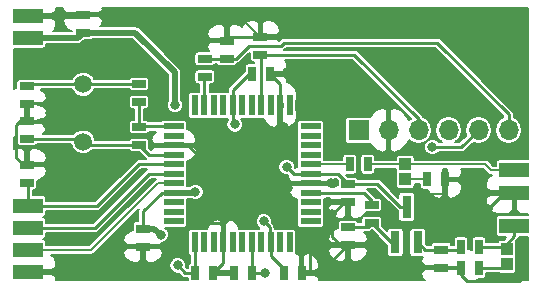
<source format=gtl>
G04 #@! TF.FileFunction,Copper,L1,Top,Signal*
%FSLAX46Y46*%
G04 Gerber Fmt 4.6, Leading zero omitted, Abs format (unit mm)*
G04 Created by KiCad (PCBNEW 4.0.7+dfsg1-1) date Sun Apr 22 11:59:24 2018*
%MOMM*%
%LPD*%
G01*
G04 APERTURE LIST*
%ADD10C,0.100000*%
%ADD11R,1.143000X0.635000*%
%ADD12R,0.635000X1.143000*%
%ADD13R,0.800000X1.900000*%
%ADD14C,1.500000*%
%ADD15R,2.500000X1.250000*%
%ADD16R,0.550000X1.700000*%
%ADD17R,1.700000X0.550000*%
%ADD18R,1.700000X1.700000*%
%ADD19O,1.700000X1.700000*%
%ADD20R,1.000000X1.000000*%
%ADD21C,0.800000*%
%ADD22C,0.500000*%
%ADD23C,0.250000*%
%ADD24C,0.200000*%
G04 APERTURE END LIST*
D10*
D11*
X18990000Y-15422000D03*
X18990000Y-13898000D03*
D12*
X36008000Y-35780000D03*
X37532000Y-35780000D03*
D11*
X24120000Y-32008000D03*
X24120000Y-33532000D03*
X41460000Y-28228000D03*
X41460000Y-29752000D03*
X14280000Y-24432000D03*
X14280000Y-22908000D03*
X14270000Y-19978000D03*
X14270000Y-21502000D03*
D12*
X33338000Y-18900000D03*
X34862000Y-18900000D03*
X52552000Y-35390000D03*
X51028000Y-35390000D03*
D13*
X45470000Y-33180000D03*
X47370000Y-33180000D03*
X46420000Y-30180000D03*
D12*
X28508000Y-35790000D03*
X30032000Y-35790000D03*
X33312000Y-35790000D03*
X31788000Y-35790000D03*
D11*
X34050000Y-17292000D03*
X34050000Y-15768000D03*
X29330000Y-19152000D03*
X29330000Y-17628000D03*
X31200000Y-17622000D03*
X31200000Y-16098000D03*
X14290000Y-28112000D03*
X14290000Y-26588000D03*
X23760000Y-24942000D03*
X23760000Y-23418000D03*
X23760000Y-21292000D03*
X23760000Y-19768000D03*
X43460000Y-30018000D03*
X43460000Y-31542000D03*
X41450000Y-31878000D03*
X41450000Y-33402000D03*
X49350000Y-33788000D03*
X49350000Y-35312000D03*
D12*
X52552000Y-33550000D03*
X51028000Y-33550000D03*
X43122000Y-26570000D03*
X41598000Y-26570000D03*
X48148000Y-27850000D03*
X49672000Y-27850000D03*
D14*
X19030000Y-24680000D03*
X19030000Y-19800000D03*
D15*
X14340000Y-15840000D03*
X55550000Y-31790000D03*
X55550000Y-27080000D03*
X55550000Y-29000000D03*
X14350000Y-30090000D03*
X14350000Y-33810000D03*
X14350000Y-31950000D03*
X14350000Y-35690000D03*
X14340000Y-14000000D03*
D16*
X28510000Y-33170000D03*
X29310000Y-33170000D03*
X30110000Y-33170000D03*
X30910000Y-33170000D03*
X31710000Y-33170000D03*
X32510000Y-33170000D03*
X33310000Y-33170000D03*
X34110000Y-33170000D03*
X34910000Y-33170000D03*
X35710000Y-33170000D03*
X36510000Y-33170000D03*
D17*
X38310000Y-31370000D03*
X38310000Y-30570000D03*
X38310000Y-29770000D03*
X38310000Y-28970000D03*
X38310000Y-28170000D03*
X38310000Y-27370000D03*
X38310000Y-26570000D03*
X38310000Y-25770000D03*
X38310000Y-24970000D03*
X38310000Y-24170000D03*
X38310000Y-23370000D03*
D16*
X36510000Y-21570000D03*
X35710000Y-21570000D03*
X34910000Y-21570000D03*
X34110000Y-21570000D03*
X33310000Y-21570000D03*
X32510000Y-21570000D03*
X31710000Y-21570000D03*
X30910000Y-21570000D03*
X30110000Y-21570000D03*
X29310000Y-21570000D03*
X28510000Y-21570000D03*
D17*
X26710000Y-23370000D03*
X26710000Y-24170000D03*
X26710000Y-24970000D03*
X26710000Y-25770000D03*
X26710000Y-26570000D03*
X26710000Y-27370000D03*
X26710000Y-28170000D03*
X26710000Y-28970000D03*
X26710000Y-29770000D03*
X26710000Y-30570000D03*
X26710000Y-31370000D03*
D18*
X42350000Y-23690000D03*
D19*
X44890000Y-23690000D03*
X47430000Y-23690000D03*
X49970000Y-23690000D03*
X52510000Y-23690000D03*
X55050000Y-23690000D03*
D20*
X46300000Y-26550000D03*
X46300000Y-27850000D03*
X54910000Y-33750000D03*
X54910000Y-35050000D03*
D21*
X25590000Y-32540000D03*
X28530000Y-28930000D03*
X26800000Y-21560000D03*
X31870000Y-23200000D03*
X36270000Y-26790000D03*
X34330000Y-31410000D03*
X56330000Y-35990000D03*
X44400000Y-27640000D03*
X43880000Y-35590000D03*
X45690000Y-35520000D03*
X47370000Y-35510000D03*
X54490000Y-25360000D03*
X52340000Y-25510000D03*
X50110000Y-30430000D03*
X51780000Y-30430000D03*
X53290000Y-30370000D03*
X19130000Y-28750000D03*
X36060000Y-24890000D03*
X36020000Y-23450000D03*
X34070000Y-23410000D03*
X33320000Y-26120000D03*
X34440000Y-27080000D03*
X36370000Y-28560000D03*
X36440000Y-30100000D03*
X28830000Y-24280000D03*
X30710000Y-25110000D03*
X31830000Y-27580000D03*
X30720000Y-29910000D03*
X29020000Y-15910000D03*
X23160000Y-17650000D03*
X17560000Y-34750000D03*
X19310000Y-34790000D03*
X19300000Y-32870000D03*
X17550000Y-32890000D03*
X19270000Y-31180000D03*
X17590000Y-31110000D03*
X17070000Y-14840000D03*
X14910000Y-17620000D03*
X15950000Y-18570000D03*
X16010000Y-21430000D03*
X16000000Y-23120000D03*
X16160000Y-26510000D03*
X36100000Y-15290000D03*
X36320000Y-18730000D03*
X39990000Y-28150000D03*
X40140000Y-30790000D03*
X34470000Y-35810000D03*
X48610000Y-25110000D03*
X27030000Y-35130000D03*
D22*
X24120000Y-32008000D02*
X25058000Y-32008000D01*
X25058000Y-32008000D02*
X25590000Y-32540000D01*
D23*
X43730000Y-28228000D02*
X43948000Y-28228000D01*
X45900000Y-30180000D02*
X46420000Y-30180000D01*
X43948000Y-28228000D02*
X45900000Y-30180000D01*
D22*
X26710000Y-28970000D02*
X28490000Y-28970000D01*
X28490000Y-28970000D02*
X28530000Y-28930000D01*
X18990000Y-15422000D02*
X23432000Y-15422000D01*
X23432000Y-15422000D02*
X26800000Y-18790000D01*
X26800000Y-18790000D02*
X26800000Y-21560000D01*
D23*
X31710000Y-23040000D02*
X31710000Y-21570000D01*
X31870000Y-23200000D02*
X31710000Y-23040000D01*
X43758000Y-28228000D02*
X43730000Y-28228000D01*
X43730000Y-28228000D02*
X41460000Y-28228000D01*
X34910000Y-33170000D02*
X34910000Y-34310000D01*
X34910000Y-34310000D02*
X36008000Y-35408000D01*
X36008000Y-35408000D02*
X36008000Y-35780000D01*
X38310000Y-27370000D02*
X36850000Y-27370000D01*
X36850000Y-27370000D02*
X36270000Y-26790000D01*
X34820000Y-31900000D02*
X34820000Y-33080000D01*
X34330000Y-31410000D02*
X34820000Y-31900000D01*
X34820000Y-33080000D02*
X34910000Y-33170000D01*
X24120000Y-32008000D02*
X23842000Y-32008000D01*
X24120000Y-32008000D02*
X23652000Y-32008000D01*
X26710000Y-28970000D02*
X25680000Y-28970000D01*
X24120000Y-30530000D02*
X24120000Y-32008000D01*
X25680000Y-28970000D02*
X24120000Y-30530000D01*
D22*
X14340000Y-15840000D02*
X18572000Y-15840000D01*
X18572000Y-15840000D02*
X18990000Y-15422000D01*
D23*
X38310000Y-27370000D02*
X40602000Y-27370000D01*
X40602000Y-27370000D02*
X41460000Y-28228000D01*
X31710000Y-21570000D02*
X31710000Y-20300000D01*
X31710000Y-20300000D02*
X33110000Y-18900000D01*
X33110000Y-18900000D02*
X33338000Y-18900000D01*
X51028000Y-35390000D02*
X51028000Y-35938000D01*
X51028000Y-35938000D02*
X51510000Y-36420000D01*
X55900000Y-36420000D02*
X56330000Y-35990000D01*
X51510000Y-36420000D02*
X55900000Y-36420000D01*
X51028000Y-35390000D02*
X49428000Y-35390000D01*
X49428000Y-35390000D02*
X49350000Y-35312000D01*
D24*
X44400000Y-27640000D02*
X44400000Y-27740000D01*
X49672000Y-28918000D02*
X49672000Y-27850000D01*
X49470000Y-29120000D02*
X49672000Y-28918000D01*
X48010000Y-29120000D02*
X49470000Y-29120000D01*
X47740000Y-28850000D02*
X48010000Y-29120000D01*
X45510000Y-28850000D02*
X47740000Y-28850000D01*
X44400000Y-27740000D02*
X45510000Y-28850000D01*
X55550000Y-29000000D02*
X51740000Y-29000000D01*
X51740000Y-29000000D02*
X50590000Y-27850000D01*
X50590000Y-27850000D02*
X49672000Y-27850000D01*
D23*
X49350000Y-35312000D02*
X47568000Y-35312000D01*
X45620000Y-35590000D02*
X43880000Y-35590000D01*
X45690000Y-35520000D02*
X45620000Y-35590000D01*
X47568000Y-35312000D02*
X47370000Y-35510000D01*
X55550000Y-29000000D02*
X54660000Y-29000000D01*
X54660000Y-29000000D02*
X53290000Y-30370000D01*
X52490000Y-25360000D02*
X54490000Y-25360000D01*
X52340000Y-25510000D02*
X52490000Y-25360000D01*
X51780000Y-30430000D02*
X50110000Y-30430000D01*
X35390000Y-30410000D02*
X36130000Y-30410000D01*
X36060000Y-23490000D02*
X36060000Y-24890000D01*
X36020000Y-23450000D02*
X36060000Y-23490000D01*
X34070000Y-25370000D02*
X34070000Y-23410000D01*
X33320000Y-26120000D02*
X34070000Y-25370000D01*
X34890000Y-27080000D02*
X34440000Y-27080000D01*
X36370000Y-28560000D02*
X34890000Y-27080000D01*
X36130000Y-30410000D02*
X36440000Y-30100000D01*
X32300000Y-30410000D02*
X31220000Y-30410000D01*
X30710000Y-26460000D02*
X30710000Y-25110000D01*
X31830000Y-27580000D02*
X30710000Y-26460000D01*
X31220000Y-30410000D02*
X30720000Y-29910000D01*
X14910000Y-17620000D02*
X23130000Y-17620000D01*
X29208000Y-16098000D02*
X31200000Y-16098000D01*
X29020000Y-15910000D02*
X29208000Y-16098000D01*
X23130000Y-17620000D02*
X23160000Y-17650000D01*
X19270000Y-34750000D02*
X17560000Y-34750000D01*
X19310000Y-34790000D02*
X19270000Y-34750000D01*
X17570000Y-32870000D02*
X19300000Y-32870000D01*
X17550000Y-32890000D02*
X17570000Y-32870000D01*
X17660000Y-31180000D02*
X19270000Y-31180000D01*
X17590000Y-31110000D02*
X17660000Y-31180000D01*
X14290000Y-26588000D02*
X16082000Y-26588000D01*
X17040000Y-14810000D02*
X17040000Y-14000000D01*
X17070000Y-14840000D02*
X17040000Y-14810000D01*
X15000000Y-17620000D02*
X14910000Y-17620000D01*
X15950000Y-18570000D02*
X15000000Y-17620000D01*
X16010000Y-23110000D02*
X16010000Y-21430000D01*
X16000000Y-23120000D02*
X16010000Y-23110000D01*
X16082000Y-26588000D02*
X16160000Y-26510000D01*
X14290000Y-26588000D02*
X13938000Y-26588000D01*
X13938000Y-26588000D02*
X13340000Y-25990000D01*
X13340000Y-25990000D02*
X13340000Y-23250000D01*
X13340000Y-23250000D02*
X13682000Y-22908000D01*
X13682000Y-22908000D02*
X14280000Y-22908000D01*
D24*
X34862000Y-18900000D02*
X36150000Y-18900000D01*
X35622000Y-15768000D02*
X34050000Y-15768000D01*
X36100000Y-15290000D02*
X35622000Y-15768000D01*
X36150000Y-18900000D02*
X36320000Y-18730000D01*
X18990000Y-13898000D02*
X32180000Y-13898000D01*
X32180000Y-13898000D02*
X34050000Y-15768000D01*
D23*
X26710000Y-24970000D02*
X27920000Y-24970000D01*
X29550000Y-30430000D02*
X28430000Y-31550000D01*
X29550000Y-26600000D02*
X29550000Y-30430000D01*
X27920000Y-24970000D02*
X29550000Y-26600000D01*
X41450000Y-33402000D02*
X40832000Y-33402000D01*
X40140000Y-32710000D02*
X40140000Y-30790000D01*
X40832000Y-33402000D02*
X40140000Y-32710000D01*
X38202000Y-35810000D02*
X37542000Y-35810000D01*
X37542000Y-35810000D02*
X37532000Y-35820000D01*
X31788000Y-35790000D02*
X30032000Y-35790000D01*
X32130000Y-30410000D02*
X30810000Y-31730000D01*
X35390000Y-30410000D02*
X32300000Y-30410000D01*
X32300000Y-30410000D02*
X32130000Y-30410000D01*
X38202000Y-33222000D02*
X35390000Y-30410000D01*
X38202000Y-35810000D02*
X38202000Y-33222000D01*
X30810000Y-31730000D02*
X30630000Y-31550000D01*
X30910000Y-33170000D02*
X30910000Y-31830000D01*
X30910000Y-31830000D02*
X30810000Y-31730000D01*
X30630000Y-31550000D02*
X28430000Y-31550000D01*
X28430000Y-31550000D02*
X28350000Y-31550000D01*
X14350000Y-35690000D02*
X19090000Y-35690000D01*
X24120000Y-35170000D02*
X24120000Y-33532000D01*
X23060000Y-36230000D02*
X24120000Y-35170000D01*
X19630000Y-36230000D02*
X23060000Y-36230000D01*
X19090000Y-35690000D02*
X19630000Y-36230000D01*
X24120000Y-33532000D02*
X26438000Y-33532000D01*
X26438000Y-33532000D02*
X28350000Y-31620000D01*
X28350000Y-31620000D02*
X28350000Y-31550000D01*
D22*
X14340000Y-14000000D02*
X17040000Y-14000000D01*
X17040000Y-14000000D02*
X18888000Y-14000000D01*
X18888000Y-14000000D02*
X18990000Y-13898000D01*
D23*
X14280000Y-22908000D02*
X14280000Y-21512000D01*
X14280000Y-21512000D02*
X14270000Y-21502000D01*
X34050000Y-15768000D02*
X31530000Y-15768000D01*
X31530000Y-15768000D02*
X31200000Y-16098000D01*
X38202000Y-35810000D02*
X39042000Y-35810000D01*
X39042000Y-35810000D02*
X41450000Y-33402000D01*
X38310000Y-28170000D02*
X39970000Y-28170000D01*
X39970000Y-28170000D02*
X39990000Y-28150000D01*
X40140000Y-30790000D02*
X41178000Y-29752000D01*
X41178000Y-29752000D02*
X41460000Y-29752000D01*
X30910000Y-33170000D02*
X30910000Y-34912000D01*
X30910000Y-34912000D02*
X30032000Y-35790000D01*
X35710000Y-21570000D02*
X35710000Y-19748000D01*
X35710000Y-19748000D02*
X34862000Y-18900000D01*
X14280000Y-24432000D02*
X18782000Y-24432000D01*
X18782000Y-24432000D02*
X19030000Y-24680000D01*
X23760000Y-24942000D02*
X19292000Y-24942000D01*
X19292000Y-24942000D02*
X19030000Y-24680000D01*
X26710000Y-25770000D02*
X24588000Y-25770000D01*
X24588000Y-25770000D02*
X23760000Y-24942000D01*
X19030000Y-19800000D02*
X23728000Y-19800000D01*
X23728000Y-19800000D02*
X23760000Y-19768000D01*
X19030000Y-19800000D02*
X14448000Y-19800000D01*
X14448000Y-19800000D02*
X14270000Y-19978000D01*
X52552000Y-35390000D02*
X54570000Y-35390000D01*
X54570000Y-35390000D02*
X54910000Y-35050000D01*
X47430000Y-23690000D02*
X47430000Y-22730000D01*
X41992000Y-17292000D02*
X34050000Y-17292000D01*
X47430000Y-22730000D02*
X41992000Y-17292000D01*
X34110000Y-21570000D02*
X34110000Y-17352000D01*
X34110000Y-17352000D02*
X34050000Y-17292000D01*
X33312000Y-35790000D02*
X34450000Y-35790000D01*
X34450000Y-35790000D02*
X34470000Y-35810000D01*
X33310000Y-33170000D02*
X33310000Y-35788000D01*
X33310000Y-35788000D02*
X33312000Y-35790000D01*
X28508000Y-35790000D02*
X27690000Y-35790000D01*
X51070000Y-25130000D02*
X52510000Y-23690000D01*
X48630000Y-25130000D02*
X51070000Y-25130000D01*
X48610000Y-25110000D02*
X48630000Y-25130000D01*
X27690000Y-35790000D02*
X27030000Y-35130000D01*
X28510000Y-33170000D02*
X28510000Y-35788000D01*
X28510000Y-35788000D02*
X28508000Y-35790000D01*
X31200000Y-17622000D02*
X31998000Y-17622000D01*
X55050000Y-22320000D02*
X55050000Y-23690000D01*
X49020000Y-16290000D02*
X55050000Y-22320000D01*
X36050000Y-16290000D02*
X49020000Y-16290000D01*
X35800000Y-16540000D02*
X36050000Y-16290000D01*
X33080000Y-16540000D02*
X35800000Y-16540000D01*
X31998000Y-17622000D02*
X33080000Y-16540000D01*
X29330000Y-17628000D02*
X31194000Y-17628000D01*
X31194000Y-17628000D02*
X31200000Y-17622000D01*
X26710000Y-27370000D02*
X24620000Y-27370000D01*
X20040000Y-31950000D02*
X14350000Y-31950000D01*
X24620000Y-27370000D02*
X20040000Y-31950000D01*
D24*
X26710000Y-28170000D02*
X25370000Y-28170000D01*
X25370000Y-28170000D02*
X19730000Y-33810000D01*
X19730000Y-33810000D02*
X14350000Y-33810000D01*
D23*
X26710000Y-26570000D02*
X23770000Y-26570000D01*
X23770000Y-26570000D02*
X20250000Y-30090000D01*
X20250000Y-30090000D02*
X14350000Y-30090000D01*
X14350000Y-30090000D02*
X14350000Y-28172000D01*
X14350000Y-28172000D02*
X14290000Y-28112000D01*
X49350000Y-33788000D02*
X50790000Y-33788000D01*
X50790000Y-33788000D02*
X51028000Y-33550000D01*
X49350000Y-33788000D02*
X47978000Y-33788000D01*
X47978000Y-33788000D02*
X47370000Y-33180000D01*
X29310000Y-21570000D02*
X29310000Y-19172000D01*
X29310000Y-19172000D02*
X29330000Y-19152000D01*
X38310000Y-28970000D02*
X42790000Y-28970000D01*
X43460000Y-29640000D02*
X43460000Y-30018000D01*
X42790000Y-28970000D02*
X43460000Y-29640000D01*
D24*
X38310000Y-26570000D02*
X41598000Y-26570000D01*
X45470000Y-26570000D02*
X46280000Y-26570000D01*
X46280000Y-26570000D02*
X46300000Y-26550000D01*
X53610000Y-27080000D02*
X55550000Y-27080000D01*
X43122000Y-26570000D02*
X45470000Y-26570000D01*
X45470000Y-26570000D02*
X45788000Y-26570000D01*
X53098000Y-26568000D02*
X53610000Y-27080000D01*
X45790000Y-26568000D02*
X53098000Y-26568000D01*
X45788000Y-26570000D02*
X45790000Y-26568000D01*
D23*
X23760000Y-21292000D02*
X23760000Y-23418000D01*
X26710000Y-23370000D02*
X23808000Y-23370000D01*
X23808000Y-23370000D02*
X23760000Y-23418000D01*
X45470000Y-33180000D02*
X45098000Y-33180000D01*
X45098000Y-33180000D02*
X43460000Y-31542000D01*
X41450000Y-31878000D02*
X43124000Y-31878000D01*
X43124000Y-31878000D02*
X43460000Y-31542000D01*
X54290000Y-33550000D02*
X54630000Y-33550000D01*
X55550000Y-32630000D02*
X55550000Y-31790000D01*
X54630000Y-33550000D02*
X55550000Y-32630000D01*
X52552000Y-33550000D02*
X54290000Y-33550000D01*
X54290000Y-33550000D02*
X54302000Y-33550000D01*
X55550000Y-31790000D02*
X55128000Y-31790000D01*
D24*
X46300000Y-27850000D02*
X48148000Y-27850000D01*
G36*
X56690000Y-36390000D02*
X52375959Y-36390000D01*
X52426751Y-36267377D01*
X52869500Y-36267377D01*
X52980673Y-36246458D01*
X53082779Y-36180755D01*
X53151278Y-36080503D01*
X53175377Y-35961500D01*
X53175377Y-35815000D01*
X54266441Y-35815000D01*
X54290997Y-35831778D01*
X54410000Y-35855877D01*
X55410000Y-35855877D01*
X55521173Y-35834958D01*
X55623279Y-35769255D01*
X55691778Y-35669003D01*
X55715877Y-35550000D01*
X55715877Y-34550000D01*
X55694958Y-34438827D01*
X55670277Y-34400471D01*
X55691778Y-34369003D01*
X55715877Y-34250000D01*
X55715877Y-33250000D01*
X55694958Y-33138827D01*
X55674307Y-33106734D01*
X55850520Y-32930521D01*
X55942648Y-32792641D01*
X55942649Y-32792640D01*
X55956924Y-32720877D01*
X56690000Y-32720877D01*
X56690000Y-36390000D01*
X56690000Y-36390000D01*
G37*
X56690000Y-36390000D02*
X52375959Y-36390000D01*
X52426751Y-36267377D01*
X52869500Y-36267377D01*
X52980673Y-36246458D01*
X53082779Y-36180755D01*
X53151278Y-36080503D01*
X53175377Y-35961500D01*
X53175377Y-35815000D01*
X54266441Y-35815000D01*
X54290997Y-35831778D01*
X54410000Y-35855877D01*
X55410000Y-35855877D01*
X55521173Y-35834958D01*
X55623279Y-35769255D01*
X55691778Y-35669003D01*
X55715877Y-35550000D01*
X55715877Y-34550000D01*
X55694958Y-34438827D01*
X55670277Y-34400471D01*
X55691778Y-34369003D01*
X55715877Y-34250000D01*
X55715877Y-33250000D01*
X55694958Y-33138827D01*
X55674307Y-33106734D01*
X55850520Y-32930521D01*
X55942648Y-32792641D01*
X55942649Y-32792640D01*
X55956924Y-32720877D01*
X56690000Y-32720877D01*
X56690000Y-36390000D01*
G36*
X17302500Y-13358514D02*
X17302500Y-13465000D01*
X17581500Y-13744000D01*
X18836000Y-13744000D01*
X18836000Y-13724000D01*
X19144000Y-13724000D01*
X19144000Y-13744000D01*
X20398500Y-13744000D01*
X20677500Y-13465000D01*
X20677500Y-13358514D01*
X20665689Y-13330000D01*
X56690000Y-13330000D01*
X56690000Y-26149123D01*
X54300000Y-26149123D01*
X54188827Y-26170042D01*
X54086721Y-26235745D01*
X54018222Y-26335997D01*
X53994123Y-26455000D01*
X53994123Y-26680000D01*
X53775685Y-26680000D01*
X53380843Y-26285157D01*
X53251074Y-26198448D01*
X53098000Y-26168000D01*
X50224764Y-26168000D01*
X50211486Y-26162500D01*
X50105000Y-26162500D01*
X50099500Y-26168000D01*
X49244500Y-26168000D01*
X49239000Y-26162500D01*
X49132514Y-26162500D01*
X49119236Y-26168000D01*
X47105877Y-26168000D01*
X47105877Y-26050000D01*
X47084958Y-25938827D01*
X47019255Y-25836721D01*
X46919003Y-25768222D01*
X46800000Y-25744123D01*
X45800000Y-25744123D01*
X45688827Y-25765042D01*
X45586721Y-25830745D01*
X45518222Y-25930997D01*
X45494123Y-26050000D01*
X45494123Y-26170000D01*
X43745377Y-26170000D01*
X43745377Y-25998500D01*
X43724458Y-25887327D01*
X43658755Y-25785221D01*
X43558503Y-25716722D01*
X43439500Y-25692623D01*
X42804500Y-25692623D01*
X42693327Y-25713542D01*
X42591221Y-25779245D01*
X42522722Y-25879497D01*
X42498623Y-25998500D01*
X42498623Y-27141500D01*
X42519542Y-27252673D01*
X42585245Y-27354779D01*
X42685497Y-27423278D01*
X42804500Y-27447377D01*
X43439500Y-27447377D01*
X43550673Y-27426458D01*
X43652779Y-27360755D01*
X43721278Y-27260503D01*
X43745377Y-27141500D01*
X43745377Y-26970000D01*
X45494123Y-26970000D01*
X45494123Y-27050000D01*
X45515042Y-27161173D01*
X45539723Y-27199529D01*
X45518222Y-27230997D01*
X45494123Y-27350000D01*
X45494123Y-28350000D01*
X45515042Y-28461173D01*
X45580745Y-28563279D01*
X45680997Y-28631778D01*
X45800000Y-28655877D01*
X46800000Y-28655877D01*
X46911173Y-28634958D01*
X47013279Y-28569255D01*
X47081778Y-28469003D01*
X47105877Y-28350000D01*
X47105877Y-28250000D01*
X47524623Y-28250000D01*
X47524623Y-28421500D01*
X47545542Y-28532673D01*
X47611245Y-28634779D01*
X47711497Y-28703278D01*
X47830500Y-28727377D01*
X48273249Y-28727377D01*
X48408401Y-29053663D01*
X48722337Y-29367599D01*
X49132514Y-29537500D01*
X49239000Y-29537500D01*
X49518000Y-29258500D01*
X49518000Y-28004000D01*
X49826000Y-28004000D01*
X49826000Y-29258500D01*
X50105000Y-29537500D01*
X50211486Y-29537500D01*
X50463771Y-29433000D01*
X53184000Y-29433000D01*
X53184000Y-29846986D01*
X53353901Y-30257163D01*
X53667837Y-30571099D01*
X54078014Y-30741000D01*
X55117000Y-30741000D01*
X55396000Y-30462000D01*
X55396000Y-29154000D01*
X53463000Y-29154000D01*
X53184000Y-29433000D01*
X50463771Y-29433000D01*
X50621663Y-29367599D01*
X50935599Y-29053663D01*
X51105500Y-28643486D01*
X51105500Y-28283000D01*
X50826500Y-28004000D01*
X49826000Y-28004000D01*
X49518000Y-28004000D01*
X49498000Y-28004000D01*
X49498000Y-27696000D01*
X49518000Y-27696000D01*
X49518000Y-26968000D01*
X49826000Y-26968000D01*
X49826000Y-27696000D01*
X50826500Y-27696000D01*
X51105500Y-27417000D01*
X51105500Y-27056514D01*
X51068836Y-26968000D01*
X52932314Y-26968000D01*
X53327155Y-27362840D01*
X53327157Y-27362843D01*
X53456927Y-27449552D01*
X53610000Y-27480000D01*
X53616738Y-27480000D01*
X53353901Y-27742837D01*
X53184000Y-28153014D01*
X53184000Y-28567000D01*
X53463000Y-28846000D01*
X55396000Y-28846000D01*
X55396000Y-28826000D01*
X55704000Y-28826000D01*
X55704000Y-28846000D01*
X55724000Y-28846000D01*
X55724000Y-29154000D01*
X55704000Y-29154000D01*
X55704000Y-30462000D01*
X55983000Y-30741000D01*
X56690000Y-30741000D01*
X56690000Y-30859123D01*
X54300000Y-30859123D01*
X54188827Y-30880042D01*
X54086721Y-30945745D01*
X54018222Y-31045997D01*
X53994123Y-31165000D01*
X53994123Y-32415000D01*
X54015042Y-32526173D01*
X54080745Y-32628279D01*
X54180997Y-32696778D01*
X54300000Y-32720877D01*
X54858082Y-32720877D01*
X54634837Y-32944123D01*
X54410000Y-32944123D01*
X54298827Y-32965042D01*
X54196721Y-33030745D01*
X54132320Y-33125000D01*
X53175377Y-33125000D01*
X53175377Y-32978500D01*
X53154458Y-32867327D01*
X53088755Y-32765221D01*
X52988503Y-32696722D01*
X52869500Y-32672623D01*
X52234500Y-32672623D01*
X52123327Y-32693542D01*
X52021221Y-32759245D01*
X51952722Y-32859497D01*
X51928623Y-32978500D01*
X51928623Y-33852088D01*
X51651377Y-33737249D01*
X51651377Y-32978500D01*
X51630458Y-32867327D01*
X51564755Y-32765221D01*
X51464503Y-32696722D01*
X51345500Y-32672623D01*
X50710500Y-32672623D01*
X50599327Y-32693542D01*
X50497221Y-32759245D01*
X50428722Y-32859497D01*
X50404623Y-32978500D01*
X50404623Y-33363000D01*
X50207149Y-33363000D01*
X50206458Y-33359327D01*
X50140755Y-33257221D01*
X50040503Y-33188722D01*
X49921500Y-33164623D01*
X48778500Y-33164623D01*
X48667327Y-33185542D01*
X48565221Y-33251245D01*
X48496722Y-33351497D01*
X48494393Y-33363000D01*
X48154040Y-33363000D01*
X48075877Y-33284837D01*
X48075877Y-32230000D01*
X48054958Y-32118827D01*
X47989255Y-32016721D01*
X47889003Y-31948222D01*
X47770000Y-31924123D01*
X46970000Y-31924123D01*
X46858827Y-31945042D01*
X46756721Y-32010745D01*
X46688222Y-32110997D01*
X46664123Y-32230000D01*
X46664123Y-34130000D01*
X46685042Y-34241173D01*
X46750745Y-34343279D01*
X46850997Y-34411778D01*
X46970000Y-34435877D01*
X47770000Y-34435877D01*
X47804640Y-34429359D01*
X47662500Y-34772514D01*
X47662500Y-34879000D01*
X47941500Y-35158000D01*
X49196000Y-35158000D01*
X49196000Y-35138000D01*
X49504000Y-35138000D01*
X49504000Y-35158000D01*
X49795500Y-35158000D01*
X49873500Y-35236000D01*
X50874000Y-35236000D01*
X50874000Y-35216000D01*
X51182000Y-35216000D01*
X51182000Y-35236000D01*
X51202000Y-35236000D01*
X51202000Y-35544000D01*
X51182000Y-35544000D01*
X51182000Y-35564000D01*
X50874000Y-35564000D01*
X50874000Y-35544000D01*
X50836500Y-35544000D01*
X50758500Y-35466000D01*
X49504000Y-35466000D01*
X49504000Y-35486000D01*
X49196000Y-35486000D01*
X49196000Y-35466000D01*
X47941500Y-35466000D01*
X47662500Y-35745000D01*
X47662500Y-35851486D01*
X47832401Y-36261663D01*
X47960738Y-36390000D01*
X38965500Y-36390000D01*
X38965500Y-36213000D01*
X38686500Y-35934000D01*
X37686000Y-35934000D01*
X37686000Y-35954000D01*
X37378000Y-35954000D01*
X37378000Y-35934000D01*
X37358000Y-35934000D01*
X37358000Y-35626000D01*
X37378000Y-35626000D01*
X37378000Y-34371500D01*
X37686000Y-34371500D01*
X37686000Y-35626000D01*
X38686500Y-35626000D01*
X38965500Y-35347000D01*
X38965500Y-34986514D01*
X38795599Y-34576337D01*
X38481663Y-34262401D01*
X38071486Y-34092500D01*
X37965000Y-34092500D01*
X37686000Y-34371500D01*
X37378000Y-34371500D01*
X37099000Y-34092500D01*
X37076195Y-34092500D01*
X37090877Y-34020000D01*
X37090877Y-33835000D01*
X39762500Y-33835000D01*
X39762500Y-33941486D01*
X39932401Y-34351663D01*
X40246337Y-34665599D01*
X40656514Y-34835500D01*
X41017000Y-34835500D01*
X41296000Y-34556500D01*
X41296000Y-33556000D01*
X41604000Y-33556000D01*
X41604000Y-34556500D01*
X41883000Y-34835500D01*
X42243486Y-34835500D01*
X42653663Y-34665599D01*
X42967599Y-34351663D01*
X43137500Y-33941486D01*
X43137500Y-33835000D01*
X42858500Y-33556000D01*
X41604000Y-33556000D01*
X41296000Y-33556000D01*
X40041500Y-33556000D01*
X39762500Y-33835000D01*
X37090877Y-33835000D01*
X37090877Y-32862514D01*
X39762500Y-32862514D01*
X39762500Y-32969000D01*
X40041500Y-33248000D01*
X41296000Y-33248000D01*
X41296000Y-33228000D01*
X41604000Y-33228000D01*
X41604000Y-33248000D01*
X42858500Y-33248000D01*
X43137500Y-32969000D01*
X43137500Y-32862514D01*
X42967599Y-32452337D01*
X42818262Y-32303000D01*
X43124000Y-32303000D01*
X43259657Y-32276016D01*
X43286641Y-32270649D01*
X43424520Y-32178520D01*
X43437663Y-32165377D01*
X43482337Y-32165377D01*
X44764123Y-33447164D01*
X44764123Y-34130000D01*
X44785042Y-34241173D01*
X44850745Y-34343279D01*
X44950997Y-34411778D01*
X45070000Y-34435877D01*
X45870000Y-34435877D01*
X45981173Y-34414958D01*
X46083279Y-34349255D01*
X46151778Y-34249003D01*
X46175877Y-34130000D01*
X46175877Y-32230000D01*
X46154958Y-32118827D01*
X46089255Y-32016721D01*
X45989003Y-31948222D01*
X45870000Y-31924123D01*
X45070000Y-31924123D01*
X44958827Y-31945042D01*
X44856721Y-32010745D01*
X44788222Y-32110997D01*
X44764123Y-32230000D01*
X44764123Y-32245082D01*
X44337377Y-31818337D01*
X44337377Y-31224500D01*
X44316458Y-31113327D01*
X44250755Y-31011221D01*
X44150503Y-30942722D01*
X44031500Y-30918623D01*
X42888500Y-30918623D01*
X42777327Y-30939542D01*
X42675221Y-31005245D01*
X42606722Y-31105497D01*
X42582623Y-31224500D01*
X42582623Y-31453000D01*
X42307149Y-31453000D01*
X42306458Y-31449327D01*
X42240755Y-31347221D01*
X42140503Y-31278722D01*
X42021500Y-31254623D01*
X40878500Y-31254623D01*
X40767327Y-31275542D01*
X40665221Y-31341245D01*
X40596722Y-31441497D01*
X40572623Y-31560500D01*
X40572623Y-32003249D01*
X40246337Y-32138401D01*
X39932401Y-32452337D01*
X39762500Y-32862514D01*
X37090877Y-32862514D01*
X37090877Y-32320000D01*
X37069958Y-32208827D01*
X37004255Y-32106721D01*
X36904003Y-32038222D01*
X36785000Y-32014123D01*
X36235000Y-32014123D01*
X36123827Y-32035042D01*
X36111221Y-32043154D01*
X36104003Y-32038222D01*
X35985000Y-32014123D01*
X35435000Y-32014123D01*
X35323827Y-32035042D01*
X35311221Y-32043154D01*
X35304003Y-32038222D01*
X35245000Y-32026273D01*
X35245000Y-31900000D01*
X35236701Y-31858279D01*
X35212649Y-31737359D01*
X35120521Y-31599480D01*
X35029914Y-31508873D01*
X35030121Y-31271372D01*
X34923777Y-31014000D01*
X34727036Y-30816915D01*
X34469850Y-30710122D01*
X34191372Y-30709879D01*
X33934000Y-30816223D01*
X33736915Y-31012964D01*
X33630122Y-31270150D01*
X33629879Y-31548628D01*
X33736223Y-31806000D01*
X33932964Y-32003085D01*
X33959546Y-32014123D01*
X33835000Y-32014123D01*
X33723827Y-32035042D01*
X33711221Y-32043154D01*
X33704003Y-32038222D01*
X33585000Y-32014123D01*
X33035000Y-32014123D01*
X32923827Y-32035042D01*
X32911221Y-32043154D01*
X32904003Y-32038222D01*
X32785000Y-32014123D01*
X32266251Y-32014123D01*
X32131099Y-31687837D01*
X31817163Y-31373901D01*
X31406986Y-31204000D01*
X31326500Y-31204000D01*
X31047500Y-31483000D01*
X31047500Y-33016000D01*
X31084000Y-33016000D01*
X31084000Y-33324000D01*
X31047500Y-33324000D01*
X31047500Y-33344000D01*
X30772500Y-33344000D01*
X30772500Y-33324000D01*
X30736000Y-33324000D01*
X30736000Y-33016000D01*
X30772500Y-33016000D01*
X30772500Y-31483000D01*
X30493500Y-31204000D01*
X30413014Y-31204000D01*
X30002837Y-31373901D01*
X29688901Y-31687837D01*
X29553749Y-32014123D01*
X29035000Y-32014123D01*
X28923827Y-32035042D01*
X28911221Y-32043154D01*
X28904003Y-32038222D01*
X28785000Y-32014123D01*
X28235000Y-32014123D01*
X28123827Y-32035042D01*
X28021721Y-32100745D01*
X27953222Y-32200997D01*
X27929123Y-32320000D01*
X27929123Y-34020000D01*
X27950042Y-34131173D01*
X28015745Y-34233279D01*
X28085000Y-34280599D01*
X28085000Y-34932475D01*
X28079327Y-34933542D01*
X27977221Y-34999245D01*
X27908722Y-35099497D01*
X27884623Y-35218500D01*
X27884623Y-35365000D01*
X27866040Y-35365000D01*
X27729914Y-35228874D01*
X27730121Y-34991372D01*
X27623777Y-34734000D01*
X27427036Y-34536915D01*
X27169850Y-34430122D01*
X26891372Y-34429879D01*
X26634000Y-34536223D01*
X26436915Y-34732964D01*
X26330122Y-34990150D01*
X26329879Y-35268628D01*
X26436223Y-35526000D01*
X26632964Y-35723085D01*
X26890150Y-35829878D01*
X27129046Y-35830086D01*
X27389480Y-36090520D01*
X27527359Y-36182649D01*
X27554343Y-36188016D01*
X27690000Y-36215000D01*
X27884623Y-36215000D01*
X27884623Y-36361500D01*
X27889986Y-36390000D01*
X16716000Y-36390000D01*
X16716000Y-36123000D01*
X16437000Y-35844000D01*
X14504000Y-35844000D01*
X14504000Y-35864000D01*
X14196000Y-35864000D01*
X14196000Y-35844000D01*
X14176000Y-35844000D01*
X14176000Y-35536000D01*
X14196000Y-35536000D01*
X14196000Y-35516000D01*
X14504000Y-35516000D01*
X14504000Y-35536000D01*
X16437000Y-35536000D01*
X16716000Y-35257000D01*
X16716000Y-34843014D01*
X16546099Y-34432837D01*
X16323262Y-34210000D01*
X19730000Y-34210000D01*
X19883074Y-34179552D01*
X20012843Y-34092843D01*
X20140685Y-33965000D01*
X22432500Y-33965000D01*
X22432500Y-34071486D01*
X22602401Y-34481663D01*
X22916337Y-34795599D01*
X23326514Y-34965500D01*
X23687000Y-34965500D01*
X23966000Y-34686500D01*
X23966000Y-33686000D01*
X24274000Y-33686000D01*
X24274000Y-34686500D01*
X24553000Y-34965500D01*
X24913486Y-34965500D01*
X25323663Y-34795599D01*
X25637599Y-34481663D01*
X25807500Y-34071486D01*
X25807500Y-33965000D01*
X25528500Y-33686000D01*
X24274000Y-33686000D01*
X23966000Y-33686000D01*
X22711500Y-33686000D01*
X22432500Y-33965000D01*
X20140685Y-33965000D01*
X23724626Y-30381059D01*
X23695000Y-30530000D01*
X23695000Y-31384623D01*
X23548500Y-31384623D01*
X23437327Y-31405542D01*
X23335221Y-31471245D01*
X23266722Y-31571497D01*
X23242623Y-31690500D01*
X23242623Y-31929458D01*
X23227000Y-32008000D01*
X23242623Y-32086542D01*
X23242623Y-32133249D01*
X22916337Y-32268401D01*
X22602401Y-32582337D01*
X22432500Y-32992514D01*
X22432500Y-33099000D01*
X22711500Y-33378000D01*
X23966000Y-33378000D01*
X23966000Y-33358000D01*
X24274000Y-33358000D01*
X24274000Y-33378000D01*
X25528500Y-33378000D01*
X25666433Y-33240067D01*
X25728628Y-33240121D01*
X25986000Y-33133777D01*
X26183085Y-32937036D01*
X26289878Y-32679850D01*
X26290121Y-32401372D01*
X26183777Y-32144000D01*
X25990991Y-31950877D01*
X27560000Y-31950877D01*
X27671173Y-31929958D01*
X27773279Y-31864255D01*
X27841778Y-31764003D01*
X27865877Y-31645000D01*
X27865877Y-31095000D01*
X27844958Y-30983827D01*
X27836846Y-30971221D01*
X27841778Y-30964003D01*
X27865877Y-30845000D01*
X27865877Y-30295000D01*
X27844958Y-30183827D01*
X27836846Y-30171221D01*
X27841778Y-30164003D01*
X27865877Y-30045000D01*
X27865877Y-29520000D01*
X28129884Y-29520000D01*
X28132964Y-29523085D01*
X28390150Y-29629878D01*
X28668628Y-29630121D01*
X28926000Y-29523777D01*
X29123085Y-29327036D01*
X29229878Y-29069850D01*
X29230121Y-28791372D01*
X29123777Y-28534000D01*
X28927036Y-28336915D01*
X28669850Y-28230122D01*
X28391372Y-28229879D01*
X28134000Y-28336223D01*
X28050077Y-28420000D01*
X27865877Y-28420000D01*
X27865877Y-27895000D01*
X27844958Y-27783827D01*
X27836846Y-27771221D01*
X27841778Y-27764003D01*
X27865877Y-27645000D01*
X27865877Y-27095000D01*
X27844958Y-26983827D01*
X27836846Y-26971221D01*
X27841778Y-26964003D01*
X27848941Y-26928628D01*
X35569879Y-26928628D01*
X35676223Y-27186000D01*
X35872964Y-27383085D01*
X36130150Y-27489878D01*
X36369046Y-27490086D01*
X36404914Y-27525954D01*
X36344000Y-27673014D01*
X36344000Y-27753500D01*
X36623000Y-28032500D01*
X38156000Y-28032500D01*
X38156000Y-27996000D01*
X38464000Y-27996000D01*
X38464000Y-28032500D01*
X39997000Y-28032500D01*
X40234500Y-27795000D01*
X40425960Y-27795000D01*
X40582623Y-27951663D01*
X40582623Y-28353249D01*
X40256337Y-28488401D01*
X40217119Y-28527619D01*
X39997000Y-28307500D01*
X38464000Y-28307500D01*
X38464000Y-28344000D01*
X38156000Y-28344000D01*
X38156000Y-28307500D01*
X36623000Y-28307500D01*
X36344000Y-28586500D01*
X36344000Y-28666986D01*
X36513901Y-29077163D01*
X36827837Y-29391099D01*
X37154123Y-29526251D01*
X37154123Y-30045000D01*
X37175042Y-30156173D01*
X37183154Y-30168779D01*
X37178222Y-30175997D01*
X37154123Y-30295000D01*
X37154123Y-30845000D01*
X37175042Y-30956173D01*
X37183154Y-30968779D01*
X37178222Y-30975997D01*
X37154123Y-31095000D01*
X37154123Y-31645000D01*
X37175042Y-31756173D01*
X37240745Y-31858279D01*
X37340997Y-31926778D01*
X37460000Y-31950877D01*
X39160000Y-31950877D01*
X39271173Y-31929958D01*
X39373279Y-31864255D01*
X39441778Y-31764003D01*
X39465877Y-31645000D01*
X39465877Y-31095000D01*
X39444958Y-30983827D01*
X39436846Y-30971221D01*
X39441778Y-30964003D01*
X39465877Y-30845000D01*
X39465877Y-30295000D01*
X39445179Y-30185000D01*
X39772500Y-30185000D01*
X39772500Y-30291486D01*
X39942401Y-30701663D01*
X40256337Y-31015599D01*
X40666514Y-31185500D01*
X41027000Y-31185500D01*
X41306000Y-30906500D01*
X41306000Y-29906000D01*
X40051500Y-29906000D01*
X39772500Y-30185000D01*
X39445179Y-30185000D01*
X39444958Y-30183827D01*
X39436846Y-30171221D01*
X39441778Y-30164003D01*
X39465877Y-30045000D01*
X39465877Y-29526251D01*
X39782745Y-29395000D01*
X39848500Y-29395000D01*
X40051500Y-29598000D01*
X41306000Y-29598000D01*
X41306000Y-29578000D01*
X41614000Y-29578000D01*
X41614000Y-29598000D01*
X41634000Y-29598000D01*
X41634000Y-29906000D01*
X41614000Y-29906000D01*
X41614000Y-30906500D01*
X41893000Y-31185500D01*
X42253486Y-31185500D01*
X42663663Y-31015599D01*
X42977599Y-30701663D01*
X43002570Y-30641377D01*
X44031500Y-30641377D01*
X44142673Y-30620458D01*
X44244779Y-30554755D01*
X44313278Y-30454503D01*
X44337377Y-30335500D01*
X44337377Y-29700500D01*
X44316458Y-29589327D01*
X44250755Y-29487221D01*
X44150503Y-29418722D01*
X44031500Y-29394623D01*
X43797366Y-29394623D01*
X43760520Y-29339480D01*
X43090520Y-28669480D01*
X43065856Y-28653000D01*
X43771960Y-28653000D01*
X45599480Y-30480520D01*
X45714123Y-30557123D01*
X45714123Y-31130000D01*
X45735042Y-31241173D01*
X45800745Y-31343279D01*
X45900997Y-31411778D01*
X46020000Y-31435877D01*
X46820000Y-31435877D01*
X46931173Y-31414958D01*
X47033279Y-31349255D01*
X47101778Y-31249003D01*
X47125877Y-31130000D01*
X47125877Y-29230000D01*
X47104958Y-29118827D01*
X47039255Y-29016721D01*
X46939003Y-28948222D01*
X46820000Y-28924123D01*
X46020000Y-28924123D01*
X45908827Y-28945042D01*
X45806721Y-29010745D01*
X45738222Y-29110997D01*
X45714123Y-29230000D01*
X45714123Y-29393083D01*
X44248520Y-27927480D01*
X44110641Y-27835351D01*
X44083657Y-27829984D01*
X43948000Y-27803000D01*
X42317149Y-27803000D01*
X42316458Y-27799327D01*
X42250755Y-27697221D01*
X42150503Y-27628722D01*
X42031500Y-27604623D01*
X41437664Y-27604623D01*
X41280396Y-27447356D01*
X41280500Y-27447377D01*
X41915500Y-27447377D01*
X42026673Y-27426458D01*
X42128779Y-27360755D01*
X42197278Y-27260503D01*
X42221377Y-27141500D01*
X42221377Y-25998500D01*
X42200458Y-25887327D01*
X42134755Y-25785221D01*
X42034503Y-25716722D01*
X41915500Y-25692623D01*
X41280500Y-25692623D01*
X41169327Y-25713542D01*
X41067221Y-25779245D01*
X40998722Y-25879497D01*
X40974623Y-25998500D01*
X40974623Y-26170000D01*
X39437680Y-26170000D01*
X39441778Y-26164003D01*
X39465877Y-26045000D01*
X39465877Y-25495000D01*
X39444958Y-25383827D01*
X39436846Y-25371221D01*
X39441778Y-25364003D01*
X39465877Y-25245000D01*
X39465877Y-24695000D01*
X39444958Y-24583827D01*
X39436846Y-24571221D01*
X39441778Y-24564003D01*
X39465877Y-24445000D01*
X39465877Y-23895000D01*
X39444958Y-23783827D01*
X39436846Y-23771221D01*
X39441778Y-23764003D01*
X39465877Y-23645000D01*
X39465877Y-23095000D01*
X39444958Y-22983827D01*
X39379255Y-22881721D01*
X39318195Y-22840000D01*
X41194123Y-22840000D01*
X41194123Y-24540000D01*
X41215042Y-24651173D01*
X41280745Y-24753279D01*
X41380997Y-24821778D01*
X41500000Y-24845877D01*
X43200000Y-24845877D01*
X43291599Y-24828641D01*
X43299317Y-24845388D01*
X43862548Y-25366167D01*
X44431291Y-25601738D01*
X44736000Y-25369956D01*
X44736000Y-23844000D01*
X44716000Y-23844000D01*
X44716000Y-23536000D01*
X44736000Y-23536000D01*
X44736000Y-22010044D01*
X44431291Y-21778262D01*
X43862548Y-22013833D01*
X43299317Y-22534612D01*
X43291045Y-22552560D01*
X43200000Y-22534123D01*
X41500000Y-22534123D01*
X41388827Y-22555042D01*
X41286721Y-22620745D01*
X41218222Y-22720997D01*
X41194123Y-22840000D01*
X39318195Y-22840000D01*
X39279003Y-22813222D01*
X39160000Y-22789123D01*
X37460000Y-22789123D01*
X37348827Y-22810042D01*
X37246721Y-22875745D01*
X37178222Y-22975997D01*
X37154123Y-23095000D01*
X37154123Y-23645000D01*
X37175042Y-23756173D01*
X37183154Y-23768779D01*
X37178222Y-23775997D01*
X37154123Y-23895000D01*
X37154123Y-24445000D01*
X37175042Y-24556173D01*
X37183154Y-24568779D01*
X37178222Y-24575997D01*
X37154123Y-24695000D01*
X37154123Y-25245000D01*
X37175042Y-25356173D01*
X37183154Y-25368779D01*
X37178222Y-25375997D01*
X37154123Y-25495000D01*
X37154123Y-26045000D01*
X37175042Y-26156173D01*
X37183154Y-26168779D01*
X37178222Y-26175997D01*
X37154123Y-26295000D01*
X37154123Y-26813749D01*
X36970746Y-26889706D01*
X36969914Y-26888874D01*
X36970121Y-26651372D01*
X36863777Y-26394000D01*
X36667036Y-26196915D01*
X36409850Y-26090122D01*
X36131372Y-26089879D01*
X35874000Y-26196223D01*
X35676915Y-26392964D01*
X35570122Y-26650150D01*
X35569879Y-26928628D01*
X27848941Y-26928628D01*
X27865877Y-26845000D01*
X27865877Y-26326251D01*
X28192163Y-26191099D01*
X28506099Y-25877163D01*
X28676000Y-25466986D01*
X28676000Y-25386500D01*
X28397000Y-25107500D01*
X26864000Y-25107500D01*
X26864000Y-25144000D01*
X26556000Y-25144000D01*
X26556000Y-25107500D01*
X25023000Y-25107500D01*
X24785500Y-25345000D01*
X24764041Y-25345000D01*
X24637377Y-25218336D01*
X24637377Y-24624500D01*
X24616458Y-24513327D01*
X24550755Y-24411221D01*
X24450503Y-24342722D01*
X24331500Y-24318623D01*
X23188500Y-24318623D01*
X23077327Y-24339542D01*
X22975221Y-24405245D01*
X22906722Y-24505497D01*
X22904393Y-24517000D01*
X20080143Y-24517000D01*
X20080182Y-24472058D01*
X19920666Y-24086000D01*
X19625554Y-23790372D01*
X19239774Y-23630182D01*
X18822058Y-23629818D01*
X18436000Y-23789334D01*
X18217953Y-24007000D01*
X15648262Y-24007000D01*
X15797599Y-23857663D01*
X15967500Y-23447486D01*
X15967500Y-23341000D01*
X15688500Y-23062000D01*
X14434000Y-23062000D01*
X14434000Y-23082000D01*
X14126000Y-23082000D01*
X14126000Y-23062000D01*
X14106000Y-23062000D01*
X14106000Y-22754000D01*
X14126000Y-22754000D01*
X14126000Y-21753500D01*
X14116000Y-21743500D01*
X14116000Y-21656000D01*
X14424000Y-21656000D01*
X14424000Y-22656500D01*
X14434000Y-22666500D01*
X14434000Y-22754000D01*
X14521500Y-22754000D01*
X14703000Y-22935500D01*
X15063486Y-22935500D01*
X15473663Y-22765599D01*
X15485262Y-22754000D01*
X15688500Y-22754000D01*
X15967500Y-22475000D01*
X15967500Y-22368514D01*
X15894770Y-22192929D01*
X15957500Y-22041486D01*
X15957500Y-21935000D01*
X15678500Y-21656000D01*
X15495262Y-21656000D01*
X15483663Y-21644401D01*
X15073486Y-21474500D01*
X14713000Y-21474500D01*
X14531500Y-21656000D01*
X14424000Y-21656000D01*
X14116000Y-21656000D01*
X14096000Y-21656000D01*
X14096000Y-21348000D01*
X14116000Y-21348000D01*
X14116000Y-21328000D01*
X14424000Y-21328000D01*
X14424000Y-21348000D01*
X15678500Y-21348000D01*
X15957500Y-21069000D01*
X15957500Y-20974500D01*
X22882623Y-20974500D01*
X22882623Y-21609500D01*
X22903542Y-21720673D01*
X22969245Y-21822779D01*
X23069497Y-21891278D01*
X23188500Y-21915377D01*
X23335000Y-21915377D01*
X23335000Y-22794623D01*
X23188500Y-22794623D01*
X23077327Y-22815542D01*
X22975221Y-22881245D01*
X22906722Y-22981497D01*
X22882623Y-23100500D01*
X22882623Y-23735500D01*
X22903542Y-23846673D01*
X22969245Y-23948779D01*
X23069497Y-24017278D01*
X23188500Y-24041377D01*
X24331500Y-24041377D01*
X24442673Y-24020458D01*
X24544779Y-23954755D01*
X24613278Y-23854503D01*
X24625328Y-23795000D01*
X25181738Y-23795000D01*
X24913901Y-24062837D01*
X24744000Y-24473014D01*
X24744000Y-24553500D01*
X25023000Y-24832500D01*
X26556000Y-24832500D01*
X26556000Y-24796000D01*
X26864000Y-24796000D01*
X26864000Y-24832500D01*
X28397000Y-24832500D01*
X28676000Y-24553500D01*
X28676000Y-24473014D01*
X28506099Y-24062837D01*
X28192163Y-23748901D01*
X27865877Y-23613749D01*
X27865877Y-23095000D01*
X27844958Y-22983827D01*
X27779255Y-22881721D01*
X27679003Y-22813222D01*
X27560000Y-22789123D01*
X25860000Y-22789123D01*
X25748827Y-22810042D01*
X25646721Y-22875745D01*
X25599401Y-22945000D01*
X24587935Y-22945000D01*
X24550755Y-22887221D01*
X24450503Y-22818722D01*
X24331500Y-22794623D01*
X24185000Y-22794623D01*
X24185000Y-21915377D01*
X24331500Y-21915377D01*
X24442673Y-21894458D01*
X24544779Y-21828755D01*
X24613278Y-21728503D01*
X24637377Y-21609500D01*
X24637377Y-20974500D01*
X24616458Y-20863327D01*
X24550755Y-20761221D01*
X24450503Y-20692722D01*
X24331500Y-20668623D01*
X23188500Y-20668623D01*
X23077327Y-20689542D01*
X22975221Y-20755245D01*
X22906722Y-20855497D01*
X22882623Y-20974500D01*
X15957500Y-20974500D01*
X15957500Y-20962514D01*
X15787599Y-20552337D01*
X15473663Y-20238401D01*
X15441310Y-20225000D01*
X18069505Y-20225000D01*
X18139334Y-20394000D01*
X18434446Y-20689628D01*
X18820226Y-20849818D01*
X19237942Y-20850182D01*
X19624000Y-20690666D01*
X19919628Y-20395554D01*
X19990448Y-20225000D01*
X22921770Y-20225000D01*
X22969245Y-20298779D01*
X23069497Y-20367278D01*
X23188500Y-20391377D01*
X24331500Y-20391377D01*
X24442673Y-20370458D01*
X24544779Y-20304755D01*
X24613278Y-20204503D01*
X24637377Y-20085500D01*
X24637377Y-19450500D01*
X24616458Y-19339327D01*
X24550755Y-19237221D01*
X24450503Y-19168722D01*
X24331500Y-19144623D01*
X23188500Y-19144623D01*
X23077327Y-19165542D01*
X22975221Y-19231245D01*
X22906722Y-19331497D01*
X22897912Y-19375000D01*
X19990495Y-19375000D01*
X19920666Y-19206000D01*
X19625554Y-18910372D01*
X19239774Y-18750182D01*
X18822058Y-18749818D01*
X18436000Y-18909334D01*
X18140372Y-19204446D01*
X18069552Y-19375000D01*
X14942123Y-19375000D01*
X14841500Y-19354623D01*
X13698500Y-19354623D01*
X13587327Y-19375542D01*
X13485221Y-19441245D01*
X13416722Y-19541497D01*
X13392623Y-19660500D01*
X13392623Y-20103249D01*
X13210000Y-20178894D01*
X13210000Y-16770877D01*
X15590000Y-16770877D01*
X15701173Y-16749958D01*
X15803279Y-16684255D01*
X15871778Y-16584003D01*
X15895877Y-16465000D01*
X15895877Y-16390000D01*
X18572000Y-16390000D01*
X18782476Y-16348134D01*
X18960909Y-16228909D01*
X19144441Y-16045377D01*
X19561500Y-16045377D01*
X19672673Y-16024458D01*
X19754196Y-15972000D01*
X23204182Y-15972000D01*
X26250000Y-19017818D01*
X26250000Y-21119954D01*
X26206915Y-21162964D01*
X26100122Y-21420150D01*
X26099879Y-21698628D01*
X26206223Y-21956000D01*
X26402964Y-22153085D01*
X26660150Y-22259878D01*
X26938628Y-22260121D01*
X27196000Y-22153777D01*
X27393085Y-21957036D01*
X27499878Y-21699850D01*
X27500121Y-21421372D01*
X27393777Y-21164000D01*
X27350000Y-21120146D01*
X27350000Y-20720000D01*
X27929123Y-20720000D01*
X27929123Y-22420000D01*
X27950042Y-22531173D01*
X28015745Y-22633279D01*
X28115997Y-22701778D01*
X28235000Y-22725877D01*
X28785000Y-22725877D01*
X28896173Y-22704958D01*
X28908779Y-22696846D01*
X28915997Y-22701778D01*
X29035000Y-22725877D01*
X29585000Y-22725877D01*
X29696173Y-22704958D01*
X29708779Y-22696846D01*
X29715997Y-22701778D01*
X29835000Y-22725877D01*
X30385000Y-22725877D01*
X30496173Y-22704958D01*
X30508779Y-22696846D01*
X30515997Y-22701778D01*
X30635000Y-22725877D01*
X31185000Y-22725877D01*
X31285000Y-22707060D01*
X31285000Y-22794893D01*
X31276915Y-22802964D01*
X31170122Y-23060150D01*
X31169879Y-23338628D01*
X31276223Y-23596000D01*
X31472964Y-23793085D01*
X31730150Y-23899878D01*
X32008628Y-23900121D01*
X32266000Y-23793777D01*
X32463085Y-23597036D01*
X32569878Y-23339850D01*
X32570121Y-23061372D01*
X32463777Y-22804000D01*
X32385790Y-22725877D01*
X32785000Y-22725877D01*
X32896173Y-22704958D01*
X32908779Y-22696846D01*
X32915997Y-22701778D01*
X33035000Y-22725877D01*
X33585000Y-22725877D01*
X33696173Y-22704958D01*
X33708779Y-22696846D01*
X33715997Y-22701778D01*
X33835000Y-22725877D01*
X34353749Y-22725877D01*
X34488901Y-23052163D01*
X34802837Y-23366099D01*
X35213014Y-23536000D01*
X35293500Y-23536000D01*
X35572500Y-23257000D01*
X35572500Y-21724000D01*
X35536000Y-21724000D01*
X35536000Y-21416000D01*
X35572500Y-21416000D01*
X35572500Y-21396000D01*
X35847500Y-21396000D01*
X35847500Y-21416000D01*
X35929123Y-21416000D01*
X35929123Y-21724000D01*
X35847500Y-21724000D01*
X35847500Y-23257000D01*
X36126500Y-23536000D01*
X36206986Y-23536000D01*
X36617163Y-23366099D01*
X36931099Y-23052163D01*
X37101000Y-22641986D01*
X37101000Y-22003000D01*
X37090877Y-21992877D01*
X37090877Y-21147123D01*
X37101000Y-21137000D01*
X37101000Y-20498014D01*
X36931099Y-20087837D01*
X36617163Y-19773901D01*
X36295500Y-19640664D01*
X36295500Y-19333000D01*
X36016500Y-19054000D01*
X35016000Y-19054000D01*
X35016000Y-19074000D01*
X34708000Y-19074000D01*
X34708000Y-19054000D01*
X34688000Y-19054000D01*
X34688000Y-18746000D01*
X34708000Y-18746000D01*
X34708000Y-18726000D01*
X35016000Y-18726000D01*
X35016000Y-18746000D01*
X36016500Y-18746000D01*
X36295500Y-18467000D01*
X36295500Y-18106514D01*
X36134158Y-17717000D01*
X41815960Y-17717000D01*
X46818502Y-22719543D01*
X46625377Y-22848584D01*
X46480683Y-22534612D01*
X45917452Y-22013833D01*
X45348709Y-21778262D01*
X45044000Y-22010044D01*
X45044000Y-23536000D01*
X45064000Y-23536000D01*
X45064000Y-23844000D01*
X45044000Y-23844000D01*
X45044000Y-25369956D01*
X45348709Y-25601738D01*
X45917452Y-25366167D01*
X46480683Y-24845388D01*
X46625377Y-24531416D01*
X46989914Y-24774991D01*
X47430000Y-24862530D01*
X47870086Y-24774991D01*
X48126225Y-24603845D01*
X48016915Y-24712964D01*
X47910122Y-24970150D01*
X47909879Y-25248628D01*
X48016223Y-25506000D01*
X48212964Y-25703085D01*
X48470150Y-25809878D01*
X48748628Y-25810121D01*
X49006000Y-25703777D01*
X49155037Y-25555000D01*
X51070000Y-25555000D01*
X51211882Y-25526778D01*
X51232641Y-25522649D01*
X51370520Y-25430520D01*
X52043619Y-24757421D01*
X52069914Y-24774991D01*
X52510000Y-24862530D01*
X52950086Y-24774991D01*
X53323173Y-24525703D01*
X53572461Y-24152616D01*
X53660000Y-23712530D01*
X53660000Y-23667470D01*
X53572461Y-23227384D01*
X53323173Y-22854297D01*
X52950086Y-22605009D01*
X52510000Y-22517470D01*
X52069914Y-22605009D01*
X51696827Y-22854297D01*
X51447539Y-23227384D01*
X51360000Y-23667470D01*
X51360000Y-23712530D01*
X51447341Y-24151619D01*
X50893960Y-24705000D01*
X50514835Y-24705000D01*
X50783173Y-24525703D01*
X51032461Y-24152616D01*
X51120000Y-23712530D01*
X51120000Y-23667470D01*
X51032461Y-23227384D01*
X50783173Y-22854297D01*
X50410086Y-22605009D01*
X49970000Y-22517470D01*
X49529914Y-22605009D01*
X49156827Y-22854297D01*
X48907539Y-23227384D01*
X48820000Y-23667470D01*
X48820000Y-23712530D01*
X48907539Y-24152616D01*
X49156827Y-24525703D01*
X49425165Y-24705000D01*
X49194793Y-24705000D01*
X49007036Y-24516915D01*
X48749850Y-24410122D01*
X48471372Y-24409879D01*
X48263049Y-24495956D01*
X48492461Y-24152616D01*
X48580000Y-23712530D01*
X48580000Y-23667470D01*
X48492461Y-23227384D01*
X48243173Y-22854297D01*
X47870086Y-22605009D01*
X47828492Y-22596735D01*
X47822649Y-22567360D01*
X47777722Y-22500122D01*
X47730520Y-22429479D01*
X42292520Y-16991480D01*
X42154641Y-16899351D01*
X42127657Y-16893984D01*
X41992000Y-16867000D01*
X36060890Y-16867000D01*
X36100520Y-16840520D01*
X36226041Y-16715000D01*
X48843960Y-16715000D01*
X54625000Y-22496041D01*
X54625000Y-22602008D01*
X54609914Y-22605009D01*
X54236827Y-22854297D01*
X53987539Y-23227384D01*
X53900000Y-23667470D01*
X53900000Y-23712530D01*
X53987539Y-24152616D01*
X54236827Y-24525703D01*
X54609914Y-24774991D01*
X55050000Y-24862530D01*
X55490086Y-24774991D01*
X55863173Y-24525703D01*
X56112461Y-24152616D01*
X56200000Y-23712530D01*
X56200000Y-23667470D01*
X56112461Y-23227384D01*
X55863173Y-22854297D01*
X55490086Y-22605009D01*
X55475000Y-22602008D01*
X55475000Y-22320000D01*
X55442649Y-22157360D01*
X55442649Y-22157359D01*
X55350521Y-22019480D01*
X49320520Y-15989480D01*
X49182641Y-15897351D01*
X49155657Y-15891984D01*
X49020000Y-15865000D01*
X36050000Y-15865000D01*
X35887360Y-15897351D01*
X35887358Y-15897352D01*
X35887359Y-15897352D01*
X35749479Y-15989480D01*
X35637730Y-16101230D01*
X35458500Y-15922000D01*
X34204000Y-15922000D01*
X34204000Y-15942000D01*
X33896000Y-15942000D01*
X33896000Y-15922000D01*
X33876000Y-15922000D01*
X33876000Y-15614000D01*
X33896000Y-15614000D01*
X33896000Y-14613500D01*
X34204000Y-14613500D01*
X34204000Y-15614000D01*
X35458500Y-15614000D01*
X35737500Y-15335000D01*
X35737500Y-15228514D01*
X35567599Y-14818337D01*
X35253663Y-14504401D01*
X34843486Y-14334500D01*
X34483000Y-14334500D01*
X34204000Y-14613500D01*
X33896000Y-14613500D01*
X33617000Y-14334500D01*
X33256514Y-14334500D01*
X32846337Y-14504401D01*
X32532401Y-14818337D01*
X32489989Y-14920727D01*
X32403663Y-14834401D01*
X31993486Y-14664500D01*
X31633000Y-14664500D01*
X31354000Y-14943500D01*
X31354000Y-15944000D01*
X31374000Y-15944000D01*
X31374000Y-16252000D01*
X31354000Y-16252000D01*
X31354000Y-16272000D01*
X31046000Y-16272000D01*
X31046000Y-16252000D01*
X29791500Y-16252000D01*
X29512500Y-16531000D01*
X29512500Y-16637486D01*
X29664573Y-17004623D01*
X28758500Y-17004623D01*
X28647327Y-17025542D01*
X28545221Y-17091245D01*
X28476722Y-17191497D01*
X28452623Y-17310500D01*
X28452623Y-17945500D01*
X28473542Y-18056673D01*
X28539245Y-18158779D01*
X28639497Y-18227278D01*
X28758500Y-18251377D01*
X29901500Y-18251377D01*
X30012673Y-18230458D01*
X30114779Y-18164755D01*
X30183278Y-18064503D01*
X30185607Y-18053000D01*
X30345039Y-18053000D01*
X30409245Y-18152779D01*
X30509497Y-18221278D01*
X30628500Y-18245377D01*
X31771500Y-18245377D01*
X31882673Y-18224458D01*
X31984779Y-18158755D01*
X32053278Y-18058503D01*
X32058025Y-18035060D01*
X32133657Y-18020016D01*
X32160641Y-18014649D01*
X32298520Y-17922520D01*
X33088948Y-17132092D01*
X33172623Y-17166751D01*
X33172623Y-17609500D01*
X33193542Y-17720673D01*
X33259245Y-17822779D01*
X33359497Y-17891278D01*
X33478500Y-17915377D01*
X33507672Y-17915377D01*
X33463249Y-18022623D01*
X33020500Y-18022623D01*
X32909327Y-18043542D01*
X32807221Y-18109245D01*
X32738722Y-18209497D01*
X32714623Y-18328500D01*
X32714623Y-18694337D01*
X31409480Y-19999480D01*
X31317351Y-20137359D01*
X31317351Y-20137360D01*
X31285000Y-20300000D01*
X31285000Y-20434374D01*
X31185000Y-20414123D01*
X30635000Y-20414123D01*
X30523827Y-20435042D01*
X30511221Y-20443154D01*
X30504003Y-20438222D01*
X30385000Y-20414123D01*
X29835000Y-20414123D01*
X29735000Y-20432940D01*
X29735000Y-19775377D01*
X29901500Y-19775377D01*
X30012673Y-19754458D01*
X30114779Y-19688755D01*
X30183278Y-19588503D01*
X30207377Y-19469500D01*
X30207377Y-18834500D01*
X30186458Y-18723327D01*
X30120755Y-18621221D01*
X30020503Y-18552722D01*
X29901500Y-18528623D01*
X28758500Y-18528623D01*
X28647327Y-18549542D01*
X28545221Y-18615245D01*
X28476722Y-18715497D01*
X28452623Y-18834500D01*
X28452623Y-19469500D01*
X28473542Y-19580673D01*
X28539245Y-19682779D01*
X28639497Y-19751278D01*
X28758500Y-19775377D01*
X28885000Y-19775377D01*
X28885000Y-20434374D01*
X28785000Y-20414123D01*
X28235000Y-20414123D01*
X28123827Y-20435042D01*
X28021721Y-20500745D01*
X27953222Y-20600997D01*
X27929123Y-20720000D01*
X27350000Y-20720000D01*
X27350000Y-18790000D01*
X27308134Y-18579524D01*
X27188909Y-18401091D01*
X24346332Y-15558514D01*
X29512500Y-15558514D01*
X29512500Y-15665000D01*
X29791500Y-15944000D01*
X31046000Y-15944000D01*
X31046000Y-14943500D01*
X30767000Y-14664500D01*
X30406514Y-14664500D01*
X29996337Y-14834401D01*
X29682401Y-15148337D01*
X29512500Y-15558514D01*
X24346332Y-15558514D01*
X23820909Y-15033091D01*
X23642476Y-14913866D01*
X23432000Y-14872000D01*
X20483262Y-14872000D01*
X20507599Y-14847663D01*
X20677500Y-14437486D01*
X20677500Y-14331000D01*
X20398500Y-14052000D01*
X19144000Y-14052000D01*
X19144000Y-14072000D01*
X18836000Y-14072000D01*
X18836000Y-14052000D01*
X17581500Y-14052000D01*
X17302500Y-14331000D01*
X17302500Y-14437486D01*
X17472401Y-14847663D01*
X17786337Y-15161599D01*
X18096324Y-15290000D01*
X16503262Y-15290000D01*
X16536099Y-15257163D01*
X16706000Y-14846986D01*
X16706000Y-14433000D01*
X16427000Y-14154000D01*
X14494000Y-14154000D01*
X14494000Y-14174000D01*
X14186000Y-14174000D01*
X14186000Y-14154000D01*
X14166000Y-14154000D01*
X14166000Y-13846000D01*
X14186000Y-13846000D01*
X14186000Y-13826000D01*
X14494000Y-13826000D01*
X14494000Y-13846000D01*
X16427000Y-13846000D01*
X16706000Y-13567000D01*
X16706000Y-13330000D01*
X17314311Y-13330000D01*
X17302500Y-13358514D01*
X17302500Y-13358514D01*
G37*
X17302500Y-13358514D02*
X17302500Y-13465000D01*
X17581500Y-13744000D01*
X18836000Y-13744000D01*
X18836000Y-13724000D01*
X19144000Y-13724000D01*
X19144000Y-13744000D01*
X20398500Y-13744000D01*
X20677500Y-13465000D01*
X20677500Y-13358514D01*
X20665689Y-13330000D01*
X56690000Y-13330000D01*
X56690000Y-26149123D01*
X54300000Y-26149123D01*
X54188827Y-26170042D01*
X54086721Y-26235745D01*
X54018222Y-26335997D01*
X53994123Y-26455000D01*
X53994123Y-26680000D01*
X53775685Y-26680000D01*
X53380843Y-26285157D01*
X53251074Y-26198448D01*
X53098000Y-26168000D01*
X50224764Y-26168000D01*
X50211486Y-26162500D01*
X50105000Y-26162500D01*
X50099500Y-26168000D01*
X49244500Y-26168000D01*
X49239000Y-26162500D01*
X49132514Y-26162500D01*
X49119236Y-26168000D01*
X47105877Y-26168000D01*
X47105877Y-26050000D01*
X47084958Y-25938827D01*
X47019255Y-25836721D01*
X46919003Y-25768222D01*
X46800000Y-25744123D01*
X45800000Y-25744123D01*
X45688827Y-25765042D01*
X45586721Y-25830745D01*
X45518222Y-25930997D01*
X45494123Y-26050000D01*
X45494123Y-26170000D01*
X43745377Y-26170000D01*
X43745377Y-25998500D01*
X43724458Y-25887327D01*
X43658755Y-25785221D01*
X43558503Y-25716722D01*
X43439500Y-25692623D01*
X42804500Y-25692623D01*
X42693327Y-25713542D01*
X42591221Y-25779245D01*
X42522722Y-25879497D01*
X42498623Y-25998500D01*
X42498623Y-27141500D01*
X42519542Y-27252673D01*
X42585245Y-27354779D01*
X42685497Y-27423278D01*
X42804500Y-27447377D01*
X43439500Y-27447377D01*
X43550673Y-27426458D01*
X43652779Y-27360755D01*
X43721278Y-27260503D01*
X43745377Y-27141500D01*
X43745377Y-26970000D01*
X45494123Y-26970000D01*
X45494123Y-27050000D01*
X45515042Y-27161173D01*
X45539723Y-27199529D01*
X45518222Y-27230997D01*
X45494123Y-27350000D01*
X45494123Y-28350000D01*
X45515042Y-28461173D01*
X45580745Y-28563279D01*
X45680997Y-28631778D01*
X45800000Y-28655877D01*
X46800000Y-28655877D01*
X46911173Y-28634958D01*
X47013279Y-28569255D01*
X47081778Y-28469003D01*
X47105877Y-28350000D01*
X47105877Y-28250000D01*
X47524623Y-28250000D01*
X47524623Y-28421500D01*
X47545542Y-28532673D01*
X47611245Y-28634779D01*
X47711497Y-28703278D01*
X47830500Y-28727377D01*
X48273249Y-28727377D01*
X48408401Y-29053663D01*
X48722337Y-29367599D01*
X49132514Y-29537500D01*
X49239000Y-29537500D01*
X49518000Y-29258500D01*
X49518000Y-28004000D01*
X49826000Y-28004000D01*
X49826000Y-29258500D01*
X50105000Y-29537500D01*
X50211486Y-29537500D01*
X50463771Y-29433000D01*
X53184000Y-29433000D01*
X53184000Y-29846986D01*
X53353901Y-30257163D01*
X53667837Y-30571099D01*
X54078014Y-30741000D01*
X55117000Y-30741000D01*
X55396000Y-30462000D01*
X55396000Y-29154000D01*
X53463000Y-29154000D01*
X53184000Y-29433000D01*
X50463771Y-29433000D01*
X50621663Y-29367599D01*
X50935599Y-29053663D01*
X51105500Y-28643486D01*
X51105500Y-28283000D01*
X50826500Y-28004000D01*
X49826000Y-28004000D01*
X49518000Y-28004000D01*
X49498000Y-28004000D01*
X49498000Y-27696000D01*
X49518000Y-27696000D01*
X49518000Y-26968000D01*
X49826000Y-26968000D01*
X49826000Y-27696000D01*
X50826500Y-27696000D01*
X51105500Y-27417000D01*
X51105500Y-27056514D01*
X51068836Y-26968000D01*
X52932314Y-26968000D01*
X53327155Y-27362840D01*
X53327157Y-27362843D01*
X53456927Y-27449552D01*
X53610000Y-27480000D01*
X53616738Y-27480000D01*
X53353901Y-27742837D01*
X53184000Y-28153014D01*
X53184000Y-28567000D01*
X53463000Y-28846000D01*
X55396000Y-28846000D01*
X55396000Y-28826000D01*
X55704000Y-28826000D01*
X55704000Y-28846000D01*
X55724000Y-28846000D01*
X55724000Y-29154000D01*
X55704000Y-29154000D01*
X55704000Y-30462000D01*
X55983000Y-30741000D01*
X56690000Y-30741000D01*
X56690000Y-30859123D01*
X54300000Y-30859123D01*
X54188827Y-30880042D01*
X54086721Y-30945745D01*
X54018222Y-31045997D01*
X53994123Y-31165000D01*
X53994123Y-32415000D01*
X54015042Y-32526173D01*
X54080745Y-32628279D01*
X54180997Y-32696778D01*
X54300000Y-32720877D01*
X54858082Y-32720877D01*
X54634837Y-32944123D01*
X54410000Y-32944123D01*
X54298827Y-32965042D01*
X54196721Y-33030745D01*
X54132320Y-33125000D01*
X53175377Y-33125000D01*
X53175377Y-32978500D01*
X53154458Y-32867327D01*
X53088755Y-32765221D01*
X52988503Y-32696722D01*
X52869500Y-32672623D01*
X52234500Y-32672623D01*
X52123327Y-32693542D01*
X52021221Y-32759245D01*
X51952722Y-32859497D01*
X51928623Y-32978500D01*
X51928623Y-33852088D01*
X51651377Y-33737249D01*
X51651377Y-32978500D01*
X51630458Y-32867327D01*
X51564755Y-32765221D01*
X51464503Y-32696722D01*
X51345500Y-32672623D01*
X50710500Y-32672623D01*
X50599327Y-32693542D01*
X50497221Y-32759245D01*
X50428722Y-32859497D01*
X50404623Y-32978500D01*
X50404623Y-33363000D01*
X50207149Y-33363000D01*
X50206458Y-33359327D01*
X50140755Y-33257221D01*
X50040503Y-33188722D01*
X49921500Y-33164623D01*
X48778500Y-33164623D01*
X48667327Y-33185542D01*
X48565221Y-33251245D01*
X48496722Y-33351497D01*
X48494393Y-33363000D01*
X48154040Y-33363000D01*
X48075877Y-33284837D01*
X48075877Y-32230000D01*
X48054958Y-32118827D01*
X47989255Y-32016721D01*
X47889003Y-31948222D01*
X47770000Y-31924123D01*
X46970000Y-31924123D01*
X46858827Y-31945042D01*
X46756721Y-32010745D01*
X46688222Y-32110997D01*
X46664123Y-32230000D01*
X46664123Y-34130000D01*
X46685042Y-34241173D01*
X46750745Y-34343279D01*
X46850997Y-34411778D01*
X46970000Y-34435877D01*
X47770000Y-34435877D01*
X47804640Y-34429359D01*
X47662500Y-34772514D01*
X47662500Y-34879000D01*
X47941500Y-35158000D01*
X49196000Y-35158000D01*
X49196000Y-35138000D01*
X49504000Y-35138000D01*
X49504000Y-35158000D01*
X49795500Y-35158000D01*
X49873500Y-35236000D01*
X50874000Y-35236000D01*
X50874000Y-35216000D01*
X51182000Y-35216000D01*
X51182000Y-35236000D01*
X51202000Y-35236000D01*
X51202000Y-35544000D01*
X51182000Y-35544000D01*
X51182000Y-35564000D01*
X50874000Y-35564000D01*
X50874000Y-35544000D01*
X50836500Y-35544000D01*
X50758500Y-35466000D01*
X49504000Y-35466000D01*
X49504000Y-35486000D01*
X49196000Y-35486000D01*
X49196000Y-35466000D01*
X47941500Y-35466000D01*
X47662500Y-35745000D01*
X47662500Y-35851486D01*
X47832401Y-36261663D01*
X47960738Y-36390000D01*
X38965500Y-36390000D01*
X38965500Y-36213000D01*
X38686500Y-35934000D01*
X37686000Y-35934000D01*
X37686000Y-35954000D01*
X37378000Y-35954000D01*
X37378000Y-35934000D01*
X37358000Y-35934000D01*
X37358000Y-35626000D01*
X37378000Y-35626000D01*
X37378000Y-34371500D01*
X37686000Y-34371500D01*
X37686000Y-35626000D01*
X38686500Y-35626000D01*
X38965500Y-35347000D01*
X38965500Y-34986514D01*
X38795599Y-34576337D01*
X38481663Y-34262401D01*
X38071486Y-34092500D01*
X37965000Y-34092500D01*
X37686000Y-34371500D01*
X37378000Y-34371500D01*
X37099000Y-34092500D01*
X37076195Y-34092500D01*
X37090877Y-34020000D01*
X37090877Y-33835000D01*
X39762500Y-33835000D01*
X39762500Y-33941486D01*
X39932401Y-34351663D01*
X40246337Y-34665599D01*
X40656514Y-34835500D01*
X41017000Y-34835500D01*
X41296000Y-34556500D01*
X41296000Y-33556000D01*
X41604000Y-33556000D01*
X41604000Y-34556500D01*
X41883000Y-34835500D01*
X42243486Y-34835500D01*
X42653663Y-34665599D01*
X42967599Y-34351663D01*
X43137500Y-33941486D01*
X43137500Y-33835000D01*
X42858500Y-33556000D01*
X41604000Y-33556000D01*
X41296000Y-33556000D01*
X40041500Y-33556000D01*
X39762500Y-33835000D01*
X37090877Y-33835000D01*
X37090877Y-32862514D01*
X39762500Y-32862514D01*
X39762500Y-32969000D01*
X40041500Y-33248000D01*
X41296000Y-33248000D01*
X41296000Y-33228000D01*
X41604000Y-33228000D01*
X41604000Y-33248000D01*
X42858500Y-33248000D01*
X43137500Y-32969000D01*
X43137500Y-32862514D01*
X42967599Y-32452337D01*
X42818262Y-32303000D01*
X43124000Y-32303000D01*
X43259657Y-32276016D01*
X43286641Y-32270649D01*
X43424520Y-32178520D01*
X43437663Y-32165377D01*
X43482337Y-32165377D01*
X44764123Y-33447164D01*
X44764123Y-34130000D01*
X44785042Y-34241173D01*
X44850745Y-34343279D01*
X44950997Y-34411778D01*
X45070000Y-34435877D01*
X45870000Y-34435877D01*
X45981173Y-34414958D01*
X46083279Y-34349255D01*
X46151778Y-34249003D01*
X46175877Y-34130000D01*
X46175877Y-32230000D01*
X46154958Y-32118827D01*
X46089255Y-32016721D01*
X45989003Y-31948222D01*
X45870000Y-31924123D01*
X45070000Y-31924123D01*
X44958827Y-31945042D01*
X44856721Y-32010745D01*
X44788222Y-32110997D01*
X44764123Y-32230000D01*
X44764123Y-32245082D01*
X44337377Y-31818337D01*
X44337377Y-31224500D01*
X44316458Y-31113327D01*
X44250755Y-31011221D01*
X44150503Y-30942722D01*
X44031500Y-30918623D01*
X42888500Y-30918623D01*
X42777327Y-30939542D01*
X42675221Y-31005245D01*
X42606722Y-31105497D01*
X42582623Y-31224500D01*
X42582623Y-31453000D01*
X42307149Y-31453000D01*
X42306458Y-31449327D01*
X42240755Y-31347221D01*
X42140503Y-31278722D01*
X42021500Y-31254623D01*
X40878500Y-31254623D01*
X40767327Y-31275542D01*
X40665221Y-31341245D01*
X40596722Y-31441497D01*
X40572623Y-31560500D01*
X40572623Y-32003249D01*
X40246337Y-32138401D01*
X39932401Y-32452337D01*
X39762500Y-32862514D01*
X37090877Y-32862514D01*
X37090877Y-32320000D01*
X37069958Y-32208827D01*
X37004255Y-32106721D01*
X36904003Y-32038222D01*
X36785000Y-32014123D01*
X36235000Y-32014123D01*
X36123827Y-32035042D01*
X36111221Y-32043154D01*
X36104003Y-32038222D01*
X35985000Y-32014123D01*
X35435000Y-32014123D01*
X35323827Y-32035042D01*
X35311221Y-32043154D01*
X35304003Y-32038222D01*
X35245000Y-32026273D01*
X35245000Y-31900000D01*
X35236701Y-31858279D01*
X35212649Y-31737359D01*
X35120521Y-31599480D01*
X35029914Y-31508873D01*
X35030121Y-31271372D01*
X34923777Y-31014000D01*
X34727036Y-30816915D01*
X34469850Y-30710122D01*
X34191372Y-30709879D01*
X33934000Y-30816223D01*
X33736915Y-31012964D01*
X33630122Y-31270150D01*
X33629879Y-31548628D01*
X33736223Y-31806000D01*
X33932964Y-32003085D01*
X33959546Y-32014123D01*
X33835000Y-32014123D01*
X33723827Y-32035042D01*
X33711221Y-32043154D01*
X33704003Y-32038222D01*
X33585000Y-32014123D01*
X33035000Y-32014123D01*
X32923827Y-32035042D01*
X32911221Y-32043154D01*
X32904003Y-32038222D01*
X32785000Y-32014123D01*
X32266251Y-32014123D01*
X32131099Y-31687837D01*
X31817163Y-31373901D01*
X31406986Y-31204000D01*
X31326500Y-31204000D01*
X31047500Y-31483000D01*
X31047500Y-33016000D01*
X31084000Y-33016000D01*
X31084000Y-33324000D01*
X31047500Y-33324000D01*
X31047500Y-33344000D01*
X30772500Y-33344000D01*
X30772500Y-33324000D01*
X30736000Y-33324000D01*
X30736000Y-33016000D01*
X30772500Y-33016000D01*
X30772500Y-31483000D01*
X30493500Y-31204000D01*
X30413014Y-31204000D01*
X30002837Y-31373901D01*
X29688901Y-31687837D01*
X29553749Y-32014123D01*
X29035000Y-32014123D01*
X28923827Y-32035042D01*
X28911221Y-32043154D01*
X28904003Y-32038222D01*
X28785000Y-32014123D01*
X28235000Y-32014123D01*
X28123827Y-32035042D01*
X28021721Y-32100745D01*
X27953222Y-32200997D01*
X27929123Y-32320000D01*
X27929123Y-34020000D01*
X27950042Y-34131173D01*
X28015745Y-34233279D01*
X28085000Y-34280599D01*
X28085000Y-34932475D01*
X28079327Y-34933542D01*
X27977221Y-34999245D01*
X27908722Y-35099497D01*
X27884623Y-35218500D01*
X27884623Y-35365000D01*
X27866040Y-35365000D01*
X27729914Y-35228874D01*
X27730121Y-34991372D01*
X27623777Y-34734000D01*
X27427036Y-34536915D01*
X27169850Y-34430122D01*
X26891372Y-34429879D01*
X26634000Y-34536223D01*
X26436915Y-34732964D01*
X26330122Y-34990150D01*
X26329879Y-35268628D01*
X26436223Y-35526000D01*
X26632964Y-35723085D01*
X26890150Y-35829878D01*
X27129046Y-35830086D01*
X27389480Y-36090520D01*
X27527359Y-36182649D01*
X27554343Y-36188016D01*
X27690000Y-36215000D01*
X27884623Y-36215000D01*
X27884623Y-36361500D01*
X27889986Y-36390000D01*
X16716000Y-36390000D01*
X16716000Y-36123000D01*
X16437000Y-35844000D01*
X14504000Y-35844000D01*
X14504000Y-35864000D01*
X14196000Y-35864000D01*
X14196000Y-35844000D01*
X14176000Y-35844000D01*
X14176000Y-35536000D01*
X14196000Y-35536000D01*
X14196000Y-35516000D01*
X14504000Y-35516000D01*
X14504000Y-35536000D01*
X16437000Y-35536000D01*
X16716000Y-35257000D01*
X16716000Y-34843014D01*
X16546099Y-34432837D01*
X16323262Y-34210000D01*
X19730000Y-34210000D01*
X19883074Y-34179552D01*
X20012843Y-34092843D01*
X20140685Y-33965000D01*
X22432500Y-33965000D01*
X22432500Y-34071486D01*
X22602401Y-34481663D01*
X22916337Y-34795599D01*
X23326514Y-34965500D01*
X23687000Y-34965500D01*
X23966000Y-34686500D01*
X23966000Y-33686000D01*
X24274000Y-33686000D01*
X24274000Y-34686500D01*
X24553000Y-34965500D01*
X24913486Y-34965500D01*
X25323663Y-34795599D01*
X25637599Y-34481663D01*
X25807500Y-34071486D01*
X25807500Y-33965000D01*
X25528500Y-33686000D01*
X24274000Y-33686000D01*
X23966000Y-33686000D01*
X22711500Y-33686000D01*
X22432500Y-33965000D01*
X20140685Y-33965000D01*
X23724626Y-30381059D01*
X23695000Y-30530000D01*
X23695000Y-31384623D01*
X23548500Y-31384623D01*
X23437327Y-31405542D01*
X23335221Y-31471245D01*
X23266722Y-31571497D01*
X23242623Y-31690500D01*
X23242623Y-31929458D01*
X23227000Y-32008000D01*
X23242623Y-32086542D01*
X23242623Y-32133249D01*
X22916337Y-32268401D01*
X22602401Y-32582337D01*
X22432500Y-32992514D01*
X22432500Y-33099000D01*
X22711500Y-33378000D01*
X23966000Y-33378000D01*
X23966000Y-33358000D01*
X24274000Y-33358000D01*
X24274000Y-33378000D01*
X25528500Y-33378000D01*
X25666433Y-33240067D01*
X25728628Y-33240121D01*
X25986000Y-33133777D01*
X26183085Y-32937036D01*
X26289878Y-32679850D01*
X26290121Y-32401372D01*
X26183777Y-32144000D01*
X25990991Y-31950877D01*
X27560000Y-31950877D01*
X27671173Y-31929958D01*
X27773279Y-31864255D01*
X27841778Y-31764003D01*
X27865877Y-31645000D01*
X27865877Y-31095000D01*
X27844958Y-30983827D01*
X27836846Y-30971221D01*
X27841778Y-30964003D01*
X27865877Y-30845000D01*
X27865877Y-30295000D01*
X27844958Y-30183827D01*
X27836846Y-30171221D01*
X27841778Y-30164003D01*
X27865877Y-30045000D01*
X27865877Y-29520000D01*
X28129884Y-29520000D01*
X28132964Y-29523085D01*
X28390150Y-29629878D01*
X28668628Y-29630121D01*
X28926000Y-29523777D01*
X29123085Y-29327036D01*
X29229878Y-29069850D01*
X29230121Y-28791372D01*
X29123777Y-28534000D01*
X28927036Y-28336915D01*
X28669850Y-28230122D01*
X28391372Y-28229879D01*
X28134000Y-28336223D01*
X28050077Y-28420000D01*
X27865877Y-28420000D01*
X27865877Y-27895000D01*
X27844958Y-27783827D01*
X27836846Y-27771221D01*
X27841778Y-27764003D01*
X27865877Y-27645000D01*
X27865877Y-27095000D01*
X27844958Y-26983827D01*
X27836846Y-26971221D01*
X27841778Y-26964003D01*
X27848941Y-26928628D01*
X35569879Y-26928628D01*
X35676223Y-27186000D01*
X35872964Y-27383085D01*
X36130150Y-27489878D01*
X36369046Y-27490086D01*
X36404914Y-27525954D01*
X36344000Y-27673014D01*
X36344000Y-27753500D01*
X36623000Y-28032500D01*
X38156000Y-28032500D01*
X38156000Y-27996000D01*
X38464000Y-27996000D01*
X38464000Y-28032500D01*
X39997000Y-28032500D01*
X40234500Y-27795000D01*
X40425960Y-27795000D01*
X40582623Y-27951663D01*
X40582623Y-28353249D01*
X40256337Y-28488401D01*
X40217119Y-28527619D01*
X39997000Y-28307500D01*
X38464000Y-28307500D01*
X38464000Y-28344000D01*
X38156000Y-28344000D01*
X38156000Y-28307500D01*
X36623000Y-28307500D01*
X36344000Y-28586500D01*
X36344000Y-28666986D01*
X36513901Y-29077163D01*
X36827837Y-29391099D01*
X37154123Y-29526251D01*
X37154123Y-30045000D01*
X37175042Y-30156173D01*
X37183154Y-30168779D01*
X37178222Y-30175997D01*
X37154123Y-30295000D01*
X37154123Y-30845000D01*
X37175042Y-30956173D01*
X37183154Y-30968779D01*
X37178222Y-30975997D01*
X37154123Y-31095000D01*
X37154123Y-31645000D01*
X37175042Y-31756173D01*
X37240745Y-31858279D01*
X37340997Y-31926778D01*
X37460000Y-31950877D01*
X39160000Y-31950877D01*
X39271173Y-31929958D01*
X39373279Y-31864255D01*
X39441778Y-31764003D01*
X39465877Y-31645000D01*
X39465877Y-31095000D01*
X39444958Y-30983827D01*
X39436846Y-30971221D01*
X39441778Y-30964003D01*
X39465877Y-30845000D01*
X39465877Y-30295000D01*
X39445179Y-30185000D01*
X39772500Y-30185000D01*
X39772500Y-30291486D01*
X39942401Y-30701663D01*
X40256337Y-31015599D01*
X40666514Y-31185500D01*
X41027000Y-31185500D01*
X41306000Y-30906500D01*
X41306000Y-29906000D01*
X40051500Y-29906000D01*
X39772500Y-30185000D01*
X39445179Y-30185000D01*
X39444958Y-30183827D01*
X39436846Y-30171221D01*
X39441778Y-30164003D01*
X39465877Y-30045000D01*
X39465877Y-29526251D01*
X39782745Y-29395000D01*
X39848500Y-29395000D01*
X40051500Y-29598000D01*
X41306000Y-29598000D01*
X41306000Y-29578000D01*
X41614000Y-29578000D01*
X41614000Y-29598000D01*
X41634000Y-29598000D01*
X41634000Y-29906000D01*
X41614000Y-29906000D01*
X41614000Y-30906500D01*
X41893000Y-31185500D01*
X42253486Y-31185500D01*
X42663663Y-31015599D01*
X42977599Y-30701663D01*
X43002570Y-30641377D01*
X44031500Y-30641377D01*
X44142673Y-30620458D01*
X44244779Y-30554755D01*
X44313278Y-30454503D01*
X44337377Y-30335500D01*
X44337377Y-29700500D01*
X44316458Y-29589327D01*
X44250755Y-29487221D01*
X44150503Y-29418722D01*
X44031500Y-29394623D01*
X43797366Y-29394623D01*
X43760520Y-29339480D01*
X43090520Y-28669480D01*
X43065856Y-28653000D01*
X43771960Y-28653000D01*
X45599480Y-30480520D01*
X45714123Y-30557123D01*
X45714123Y-31130000D01*
X45735042Y-31241173D01*
X45800745Y-31343279D01*
X45900997Y-31411778D01*
X46020000Y-31435877D01*
X46820000Y-31435877D01*
X46931173Y-31414958D01*
X47033279Y-31349255D01*
X47101778Y-31249003D01*
X47125877Y-31130000D01*
X47125877Y-29230000D01*
X47104958Y-29118827D01*
X47039255Y-29016721D01*
X46939003Y-28948222D01*
X46820000Y-28924123D01*
X46020000Y-28924123D01*
X45908827Y-28945042D01*
X45806721Y-29010745D01*
X45738222Y-29110997D01*
X45714123Y-29230000D01*
X45714123Y-29393083D01*
X44248520Y-27927480D01*
X44110641Y-27835351D01*
X44083657Y-27829984D01*
X43948000Y-27803000D01*
X42317149Y-27803000D01*
X42316458Y-27799327D01*
X42250755Y-27697221D01*
X42150503Y-27628722D01*
X42031500Y-27604623D01*
X41437664Y-27604623D01*
X41280396Y-27447356D01*
X41280500Y-27447377D01*
X41915500Y-27447377D01*
X42026673Y-27426458D01*
X42128779Y-27360755D01*
X42197278Y-27260503D01*
X42221377Y-27141500D01*
X42221377Y-25998500D01*
X42200458Y-25887327D01*
X42134755Y-25785221D01*
X42034503Y-25716722D01*
X41915500Y-25692623D01*
X41280500Y-25692623D01*
X41169327Y-25713542D01*
X41067221Y-25779245D01*
X40998722Y-25879497D01*
X40974623Y-25998500D01*
X40974623Y-26170000D01*
X39437680Y-26170000D01*
X39441778Y-26164003D01*
X39465877Y-26045000D01*
X39465877Y-25495000D01*
X39444958Y-25383827D01*
X39436846Y-25371221D01*
X39441778Y-25364003D01*
X39465877Y-25245000D01*
X39465877Y-24695000D01*
X39444958Y-24583827D01*
X39436846Y-24571221D01*
X39441778Y-24564003D01*
X39465877Y-24445000D01*
X39465877Y-23895000D01*
X39444958Y-23783827D01*
X39436846Y-23771221D01*
X39441778Y-23764003D01*
X39465877Y-23645000D01*
X39465877Y-23095000D01*
X39444958Y-22983827D01*
X39379255Y-22881721D01*
X39318195Y-22840000D01*
X41194123Y-22840000D01*
X41194123Y-24540000D01*
X41215042Y-24651173D01*
X41280745Y-24753279D01*
X41380997Y-24821778D01*
X41500000Y-24845877D01*
X43200000Y-24845877D01*
X43291599Y-24828641D01*
X43299317Y-24845388D01*
X43862548Y-25366167D01*
X44431291Y-25601738D01*
X44736000Y-25369956D01*
X44736000Y-23844000D01*
X44716000Y-23844000D01*
X44716000Y-23536000D01*
X44736000Y-23536000D01*
X44736000Y-22010044D01*
X44431291Y-21778262D01*
X43862548Y-22013833D01*
X43299317Y-22534612D01*
X43291045Y-22552560D01*
X43200000Y-22534123D01*
X41500000Y-22534123D01*
X41388827Y-22555042D01*
X41286721Y-22620745D01*
X41218222Y-22720997D01*
X41194123Y-22840000D01*
X39318195Y-22840000D01*
X39279003Y-22813222D01*
X39160000Y-22789123D01*
X37460000Y-22789123D01*
X37348827Y-22810042D01*
X37246721Y-22875745D01*
X37178222Y-22975997D01*
X37154123Y-23095000D01*
X37154123Y-23645000D01*
X37175042Y-23756173D01*
X37183154Y-23768779D01*
X37178222Y-23775997D01*
X37154123Y-23895000D01*
X37154123Y-24445000D01*
X37175042Y-24556173D01*
X37183154Y-24568779D01*
X37178222Y-24575997D01*
X37154123Y-24695000D01*
X37154123Y-25245000D01*
X37175042Y-25356173D01*
X37183154Y-25368779D01*
X37178222Y-25375997D01*
X37154123Y-25495000D01*
X37154123Y-26045000D01*
X37175042Y-26156173D01*
X37183154Y-26168779D01*
X37178222Y-26175997D01*
X37154123Y-26295000D01*
X37154123Y-26813749D01*
X36970746Y-26889706D01*
X36969914Y-26888874D01*
X36970121Y-26651372D01*
X36863777Y-26394000D01*
X36667036Y-26196915D01*
X36409850Y-26090122D01*
X36131372Y-26089879D01*
X35874000Y-26196223D01*
X35676915Y-26392964D01*
X35570122Y-26650150D01*
X35569879Y-26928628D01*
X27848941Y-26928628D01*
X27865877Y-26845000D01*
X27865877Y-26326251D01*
X28192163Y-26191099D01*
X28506099Y-25877163D01*
X28676000Y-25466986D01*
X28676000Y-25386500D01*
X28397000Y-25107500D01*
X26864000Y-25107500D01*
X26864000Y-25144000D01*
X26556000Y-25144000D01*
X26556000Y-25107500D01*
X25023000Y-25107500D01*
X24785500Y-25345000D01*
X24764041Y-25345000D01*
X24637377Y-25218336D01*
X24637377Y-24624500D01*
X24616458Y-24513327D01*
X24550755Y-24411221D01*
X24450503Y-24342722D01*
X24331500Y-24318623D01*
X23188500Y-24318623D01*
X23077327Y-24339542D01*
X22975221Y-24405245D01*
X22906722Y-24505497D01*
X22904393Y-24517000D01*
X20080143Y-24517000D01*
X20080182Y-24472058D01*
X19920666Y-24086000D01*
X19625554Y-23790372D01*
X19239774Y-23630182D01*
X18822058Y-23629818D01*
X18436000Y-23789334D01*
X18217953Y-24007000D01*
X15648262Y-24007000D01*
X15797599Y-23857663D01*
X15967500Y-23447486D01*
X15967500Y-23341000D01*
X15688500Y-23062000D01*
X14434000Y-23062000D01*
X14434000Y-23082000D01*
X14126000Y-23082000D01*
X14126000Y-23062000D01*
X14106000Y-23062000D01*
X14106000Y-22754000D01*
X14126000Y-22754000D01*
X14126000Y-21753500D01*
X14116000Y-21743500D01*
X14116000Y-21656000D01*
X14424000Y-21656000D01*
X14424000Y-22656500D01*
X14434000Y-22666500D01*
X14434000Y-22754000D01*
X14521500Y-22754000D01*
X14703000Y-22935500D01*
X15063486Y-22935500D01*
X15473663Y-22765599D01*
X15485262Y-22754000D01*
X15688500Y-22754000D01*
X15967500Y-22475000D01*
X15967500Y-22368514D01*
X15894770Y-22192929D01*
X15957500Y-22041486D01*
X15957500Y-21935000D01*
X15678500Y-21656000D01*
X15495262Y-21656000D01*
X15483663Y-21644401D01*
X15073486Y-21474500D01*
X14713000Y-21474500D01*
X14531500Y-21656000D01*
X14424000Y-21656000D01*
X14116000Y-21656000D01*
X14096000Y-21656000D01*
X14096000Y-21348000D01*
X14116000Y-21348000D01*
X14116000Y-21328000D01*
X14424000Y-21328000D01*
X14424000Y-21348000D01*
X15678500Y-21348000D01*
X15957500Y-21069000D01*
X15957500Y-20974500D01*
X22882623Y-20974500D01*
X22882623Y-21609500D01*
X22903542Y-21720673D01*
X22969245Y-21822779D01*
X23069497Y-21891278D01*
X23188500Y-21915377D01*
X23335000Y-21915377D01*
X23335000Y-22794623D01*
X23188500Y-22794623D01*
X23077327Y-22815542D01*
X22975221Y-22881245D01*
X22906722Y-22981497D01*
X22882623Y-23100500D01*
X22882623Y-23735500D01*
X22903542Y-23846673D01*
X22969245Y-23948779D01*
X23069497Y-24017278D01*
X23188500Y-24041377D01*
X24331500Y-24041377D01*
X24442673Y-24020458D01*
X24544779Y-23954755D01*
X24613278Y-23854503D01*
X24625328Y-23795000D01*
X25181738Y-23795000D01*
X24913901Y-24062837D01*
X24744000Y-24473014D01*
X24744000Y-24553500D01*
X25023000Y-24832500D01*
X26556000Y-24832500D01*
X26556000Y-24796000D01*
X26864000Y-24796000D01*
X26864000Y-24832500D01*
X28397000Y-24832500D01*
X28676000Y-24553500D01*
X28676000Y-24473014D01*
X28506099Y-24062837D01*
X28192163Y-23748901D01*
X27865877Y-23613749D01*
X27865877Y-23095000D01*
X27844958Y-22983827D01*
X27779255Y-22881721D01*
X27679003Y-22813222D01*
X27560000Y-22789123D01*
X25860000Y-22789123D01*
X25748827Y-22810042D01*
X25646721Y-22875745D01*
X25599401Y-22945000D01*
X24587935Y-22945000D01*
X24550755Y-22887221D01*
X24450503Y-22818722D01*
X24331500Y-22794623D01*
X24185000Y-22794623D01*
X24185000Y-21915377D01*
X24331500Y-21915377D01*
X24442673Y-21894458D01*
X24544779Y-21828755D01*
X24613278Y-21728503D01*
X24637377Y-21609500D01*
X24637377Y-20974500D01*
X24616458Y-20863327D01*
X24550755Y-20761221D01*
X24450503Y-20692722D01*
X24331500Y-20668623D01*
X23188500Y-20668623D01*
X23077327Y-20689542D01*
X22975221Y-20755245D01*
X22906722Y-20855497D01*
X22882623Y-20974500D01*
X15957500Y-20974500D01*
X15957500Y-20962514D01*
X15787599Y-20552337D01*
X15473663Y-20238401D01*
X15441310Y-20225000D01*
X18069505Y-20225000D01*
X18139334Y-20394000D01*
X18434446Y-20689628D01*
X18820226Y-20849818D01*
X19237942Y-20850182D01*
X19624000Y-20690666D01*
X19919628Y-20395554D01*
X19990448Y-20225000D01*
X22921770Y-20225000D01*
X22969245Y-20298779D01*
X23069497Y-20367278D01*
X23188500Y-20391377D01*
X24331500Y-20391377D01*
X24442673Y-20370458D01*
X24544779Y-20304755D01*
X24613278Y-20204503D01*
X24637377Y-20085500D01*
X24637377Y-19450500D01*
X24616458Y-19339327D01*
X24550755Y-19237221D01*
X24450503Y-19168722D01*
X24331500Y-19144623D01*
X23188500Y-19144623D01*
X23077327Y-19165542D01*
X22975221Y-19231245D01*
X22906722Y-19331497D01*
X22897912Y-19375000D01*
X19990495Y-19375000D01*
X19920666Y-19206000D01*
X19625554Y-18910372D01*
X19239774Y-18750182D01*
X18822058Y-18749818D01*
X18436000Y-18909334D01*
X18140372Y-19204446D01*
X18069552Y-19375000D01*
X14942123Y-19375000D01*
X14841500Y-19354623D01*
X13698500Y-19354623D01*
X13587327Y-19375542D01*
X13485221Y-19441245D01*
X13416722Y-19541497D01*
X13392623Y-19660500D01*
X13392623Y-20103249D01*
X13210000Y-20178894D01*
X13210000Y-16770877D01*
X15590000Y-16770877D01*
X15701173Y-16749958D01*
X15803279Y-16684255D01*
X15871778Y-16584003D01*
X15895877Y-16465000D01*
X15895877Y-16390000D01*
X18572000Y-16390000D01*
X18782476Y-16348134D01*
X18960909Y-16228909D01*
X19144441Y-16045377D01*
X19561500Y-16045377D01*
X19672673Y-16024458D01*
X19754196Y-15972000D01*
X23204182Y-15972000D01*
X26250000Y-19017818D01*
X26250000Y-21119954D01*
X26206915Y-21162964D01*
X26100122Y-21420150D01*
X26099879Y-21698628D01*
X26206223Y-21956000D01*
X26402964Y-22153085D01*
X26660150Y-22259878D01*
X26938628Y-22260121D01*
X27196000Y-22153777D01*
X27393085Y-21957036D01*
X27499878Y-21699850D01*
X27500121Y-21421372D01*
X27393777Y-21164000D01*
X27350000Y-21120146D01*
X27350000Y-20720000D01*
X27929123Y-20720000D01*
X27929123Y-22420000D01*
X27950042Y-22531173D01*
X28015745Y-22633279D01*
X28115997Y-22701778D01*
X28235000Y-22725877D01*
X28785000Y-22725877D01*
X28896173Y-22704958D01*
X28908779Y-22696846D01*
X28915997Y-22701778D01*
X29035000Y-22725877D01*
X29585000Y-22725877D01*
X29696173Y-22704958D01*
X29708779Y-22696846D01*
X29715997Y-22701778D01*
X29835000Y-22725877D01*
X30385000Y-22725877D01*
X30496173Y-22704958D01*
X30508779Y-22696846D01*
X30515997Y-22701778D01*
X30635000Y-22725877D01*
X31185000Y-22725877D01*
X31285000Y-22707060D01*
X31285000Y-22794893D01*
X31276915Y-22802964D01*
X31170122Y-23060150D01*
X31169879Y-23338628D01*
X31276223Y-23596000D01*
X31472964Y-23793085D01*
X31730150Y-23899878D01*
X32008628Y-23900121D01*
X32266000Y-23793777D01*
X32463085Y-23597036D01*
X32569878Y-23339850D01*
X32570121Y-23061372D01*
X32463777Y-22804000D01*
X32385790Y-22725877D01*
X32785000Y-22725877D01*
X32896173Y-22704958D01*
X32908779Y-22696846D01*
X32915997Y-22701778D01*
X33035000Y-22725877D01*
X33585000Y-22725877D01*
X33696173Y-22704958D01*
X33708779Y-22696846D01*
X33715997Y-22701778D01*
X33835000Y-22725877D01*
X34353749Y-22725877D01*
X34488901Y-23052163D01*
X34802837Y-23366099D01*
X35213014Y-23536000D01*
X35293500Y-23536000D01*
X35572500Y-23257000D01*
X35572500Y-21724000D01*
X35536000Y-21724000D01*
X35536000Y-21416000D01*
X35572500Y-21416000D01*
X35572500Y-21396000D01*
X35847500Y-21396000D01*
X35847500Y-21416000D01*
X35929123Y-21416000D01*
X35929123Y-21724000D01*
X35847500Y-21724000D01*
X35847500Y-23257000D01*
X36126500Y-23536000D01*
X36206986Y-23536000D01*
X36617163Y-23366099D01*
X36931099Y-23052163D01*
X37101000Y-22641986D01*
X37101000Y-22003000D01*
X37090877Y-21992877D01*
X37090877Y-21147123D01*
X37101000Y-21137000D01*
X37101000Y-20498014D01*
X36931099Y-20087837D01*
X36617163Y-19773901D01*
X36295500Y-19640664D01*
X36295500Y-19333000D01*
X36016500Y-19054000D01*
X35016000Y-19054000D01*
X35016000Y-19074000D01*
X34708000Y-19074000D01*
X34708000Y-19054000D01*
X34688000Y-19054000D01*
X34688000Y-18746000D01*
X34708000Y-18746000D01*
X34708000Y-18726000D01*
X35016000Y-18726000D01*
X35016000Y-18746000D01*
X36016500Y-18746000D01*
X36295500Y-18467000D01*
X36295500Y-18106514D01*
X36134158Y-17717000D01*
X41815960Y-17717000D01*
X46818502Y-22719543D01*
X46625377Y-22848584D01*
X46480683Y-22534612D01*
X45917452Y-22013833D01*
X45348709Y-21778262D01*
X45044000Y-22010044D01*
X45044000Y-23536000D01*
X45064000Y-23536000D01*
X45064000Y-23844000D01*
X45044000Y-23844000D01*
X45044000Y-25369956D01*
X45348709Y-25601738D01*
X45917452Y-25366167D01*
X46480683Y-24845388D01*
X46625377Y-24531416D01*
X46989914Y-24774991D01*
X47430000Y-24862530D01*
X47870086Y-24774991D01*
X48126225Y-24603845D01*
X48016915Y-24712964D01*
X47910122Y-24970150D01*
X47909879Y-25248628D01*
X48016223Y-25506000D01*
X48212964Y-25703085D01*
X48470150Y-25809878D01*
X48748628Y-25810121D01*
X49006000Y-25703777D01*
X49155037Y-25555000D01*
X51070000Y-25555000D01*
X51211882Y-25526778D01*
X51232641Y-25522649D01*
X51370520Y-25430520D01*
X52043619Y-24757421D01*
X52069914Y-24774991D01*
X52510000Y-24862530D01*
X52950086Y-24774991D01*
X53323173Y-24525703D01*
X53572461Y-24152616D01*
X53660000Y-23712530D01*
X53660000Y-23667470D01*
X53572461Y-23227384D01*
X53323173Y-22854297D01*
X52950086Y-22605009D01*
X52510000Y-22517470D01*
X52069914Y-22605009D01*
X51696827Y-22854297D01*
X51447539Y-23227384D01*
X51360000Y-23667470D01*
X51360000Y-23712530D01*
X51447341Y-24151619D01*
X50893960Y-24705000D01*
X50514835Y-24705000D01*
X50783173Y-24525703D01*
X51032461Y-24152616D01*
X51120000Y-23712530D01*
X51120000Y-23667470D01*
X51032461Y-23227384D01*
X50783173Y-22854297D01*
X50410086Y-22605009D01*
X49970000Y-22517470D01*
X49529914Y-22605009D01*
X49156827Y-22854297D01*
X48907539Y-23227384D01*
X48820000Y-23667470D01*
X48820000Y-23712530D01*
X48907539Y-24152616D01*
X49156827Y-24525703D01*
X49425165Y-24705000D01*
X49194793Y-24705000D01*
X49007036Y-24516915D01*
X48749850Y-24410122D01*
X48471372Y-24409879D01*
X48263049Y-24495956D01*
X48492461Y-24152616D01*
X48580000Y-23712530D01*
X48580000Y-23667470D01*
X48492461Y-23227384D01*
X48243173Y-22854297D01*
X47870086Y-22605009D01*
X47828492Y-22596735D01*
X47822649Y-22567360D01*
X47777722Y-22500122D01*
X47730520Y-22429479D01*
X42292520Y-16991480D01*
X42154641Y-16899351D01*
X42127657Y-16893984D01*
X41992000Y-16867000D01*
X36060890Y-16867000D01*
X36100520Y-16840520D01*
X36226041Y-16715000D01*
X48843960Y-16715000D01*
X54625000Y-22496041D01*
X54625000Y-22602008D01*
X54609914Y-22605009D01*
X54236827Y-22854297D01*
X53987539Y-23227384D01*
X53900000Y-23667470D01*
X53900000Y-23712530D01*
X53987539Y-24152616D01*
X54236827Y-24525703D01*
X54609914Y-24774991D01*
X55050000Y-24862530D01*
X55490086Y-24774991D01*
X55863173Y-24525703D01*
X56112461Y-24152616D01*
X56200000Y-23712530D01*
X56200000Y-23667470D01*
X56112461Y-23227384D01*
X55863173Y-22854297D01*
X55490086Y-22605009D01*
X55475000Y-22602008D01*
X55475000Y-22320000D01*
X55442649Y-22157360D01*
X55442649Y-22157359D01*
X55350521Y-22019480D01*
X49320520Y-15989480D01*
X49182641Y-15897351D01*
X49155657Y-15891984D01*
X49020000Y-15865000D01*
X36050000Y-15865000D01*
X35887360Y-15897351D01*
X35887358Y-15897352D01*
X35887359Y-15897352D01*
X35749479Y-15989480D01*
X35637730Y-16101230D01*
X35458500Y-15922000D01*
X34204000Y-15922000D01*
X34204000Y-15942000D01*
X33896000Y-15942000D01*
X33896000Y-15922000D01*
X33876000Y-15922000D01*
X33876000Y-15614000D01*
X33896000Y-15614000D01*
X33896000Y-14613500D01*
X34204000Y-14613500D01*
X34204000Y-15614000D01*
X35458500Y-15614000D01*
X35737500Y-15335000D01*
X35737500Y-15228514D01*
X35567599Y-14818337D01*
X35253663Y-14504401D01*
X34843486Y-14334500D01*
X34483000Y-14334500D01*
X34204000Y-14613500D01*
X33896000Y-14613500D01*
X33617000Y-14334500D01*
X33256514Y-14334500D01*
X32846337Y-14504401D01*
X32532401Y-14818337D01*
X32489989Y-14920727D01*
X32403663Y-14834401D01*
X31993486Y-14664500D01*
X31633000Y-14664500D01*
X31354000Y-14943500D01*
X31354000Y-15944000D01*
X31374000Y-15944000D01*
X31374000Y-16252000D01*
X31354000Y-16252000D01*
X31354000Y-16272000D01*
X31046000Y-16272000D01*
X31046000Y-16252000D01*
X29791500Y-16252000D01*
X29512500Y-16531000D01*
X29512500Y-16637486D01*
X29664573Y-17004623D01*
X28758500Y-17004623D01*
X28647327Y-17025542D01*
X28545221Y-17091245D01*
X28476722Y-17191497D01*
X28452623Y-17310500D01*
X28452623Y-17945500D01*
X28473542Y-18056673D01*
X28539245Y-18158779D01*
X28639497Y-18227278D01*
X28758500Y-18251377D01*
X29901500Y-18251377D01*
X30012673Y-18230458D01*
X30114779Y-18164755D01*
X30183278Y-18064503D01*
X30185607Y-18053000D01*
X30345039Y-18053000D01*
X30409245Y-18152779D01*
X30509497Y-18221278D01*
X30628500Y-18245377D01*
X31771500Y-18245377D01*
X31882673Y-18224458D01*
X31984779Y-18158755D01*
X32053278Y-18058503D01*
X32058025Y-18035060D01*
X32133657Y-18020016D01*
X32160641Y-18014649D01*
X32298520Y-17922520D01*
X33088948Y-17132092D01*
X33172623Y-17166751D01*
X33172623Y-17609500D01*
X33193542Y-17720673D01*
X33259245Y-17822779D01*
X33359497Y-17891278D01*
X33478500Y-17915377D01*
X33507672Y-17915377D01*
X33463249Y-18022623D01*
X33020500Y-18022623D01*
X32909327Y-18043542D01*
X32807221Y-18109245D01*
X32738722Y-18209497D01*
X32714623Y-18328500D01*
X32714623Y-18694337D01*
X31409480Y-19999480D01*
X31317351Y-20137359D01*
X31317351Y-20137360D01*
X31285000Y-20300000D01*
X31285000Y-20434374D01*
X31185000Y-20414123D01*
X30635000Y-20414123D01*
X30523827Y-20435042D01*
X30511221Y-20443154D01*
X30504003Y-20438222D01*
X30385000Y-20414123D01*
X29835000Y-20414123D01*
X29735000Y-20432940D01*
X29735000Y-19775377D01*
X29901500Y-19775377D01*
X30012673Y-19754458D01*
X30114779Y-19688755D01*
X30183278Y-19588503D01*
X30207377Y-19469500D01*
X30207377Y-18834500D01*
X30186458Y-18723327D01*
X30120755Y-18621221D01*
X30020503Y-18552722D01*
X29901500Y-18528623D01*
X28758500Y-18528623D01*
X28647327Y-18549542D01*
X28545221Y-18615245D01*
X28476722Y-18715497D01*
X28452623Y-18834500D01*
X28452623Y-19469500D01*
X28473542Y-19580673D01*
X28539245Y-19682779D01*
X28639497Y-19751278D01*
X28758500Y-19775377D01*
X28885000Y-19775377D01*
X28885000Y-20434374D01*
X28785000Y-20414123D01*
X28235000Y-20414123D01*
X28123827Y-20435042D01*
X28021721Y-20500745D01*
X27953222Y-20600997D01*
X27929123Y-20720000D01*
X27350000Y-20720000D01*
X27350000Y-18790000D01*
X27308134Y-18579524D01*
X27188909Y-18401091D01*
X24346332Y-15558514D01*
X29512500Y-15558514D01*
X29512500Y-15665000D01*
X29791500Y-15944000D01*
X31046000Y-15944000D01*
X31046000Y-14943500D01*
X30767000Y-14664500D01*
X30406514Y-14664500D01*
X29996337Y-14834401D01*
X29682401Y-15148337D01*
X29512500Y-15558514D01*
X24346332Y-15558514D01*
X23820909Y-15033091D01*
X23642476Y-14913866D01*
X23432000Y-14872000D01*
X20483262Y-14872000D01*
X20507599Y-14847663D01*
X20677500Y-14437486D01*
X20677500Y-14331000D01*
X20398500Y-14052000D01*
X19144000Y-14052000D01*
X19144000Y-14072000D01*
X18836000Y-14072000D01*
X18836000Y-14052000D01*
X17581500Y-14052000D01*
X17302500Y-14331000D01*
X17302500Y-14437486D01*
X17472401Y-14847663D01*
X17786337Y-15161599D01*
X18096324Y-15290000D01*
X16503262Y-15290000D01*
X16536099Y-15257163D01*
X16706000Y-14846986D01*
X16706000Y-14433000D01*
X16427000Y-14154000D01*
X14494000Y-14154000D01*
X14494000Y-14174000D01*
X14186000Y-14174000D01*
X14186000Y-14154000D01*
X14166000Y-14154000D01*
X14166000Y-13846000D01*
X14186000Y-13846000D01*
X14186000Y-13826000D01*
X14494000Y-13826000D01*
X14494000Y-13846000D01*
X16427000Y-13846000D01*
X16706000Y-13567000D01*
X16706000Y-13330000D01*
X17314311Y-13330000D01*
X17302500Y-13358514D01*
G36*
X30186000Y-35636000D02*
X31634000Y-35636000D01*
X31634000Y-35616000D01*
X31942000Y-35616000D01*
X31942000Y-35636000D01*
X31962000Y-35636000D01*
X31962000Y-35944000D01*
X31942000Y-35944000D01*
X31942000Y-35964000D01*
X31634000Y-35964000D01*
X31634000Y-35944000D01*
X30186000Y-35944000D01*
X30186000Y-35964000D01*
X29878000Y-35964000D01*
X29878000Y-35944000D01*
X29858000Y-35944000D01*
X29858000Y-35636000D01*
X29878000Y-35636000D01*
X29878000Y-35616000D01*
X30186000Y-35616000D01*
X30186000Y-35636000D01*
X30186000Y-35636000D01*
G37*
X30186000Y-35636000D02*
X31634000Y-35636000D01*
X31634000Y-35616000D01*
X31942000Y-35616000D01*
X31942000Y-35636000D01*
X31962000Y-35636000D01*
X31962000Y-35944000D01*
X31942000Y-35944000D01*
X31942000Y-35964000D01*
X31634000Y-35964000D01*
X31634000Y-35944000D01*
X30186000Y-35944000D01*
X30186000Y-35964000D01*
X29878000Y-35964000D01*
X29878000Y-35944000D01*
X29858000Y-35944000D01*
X29858000Y-35636000D01*
X29878000Y-35636000D01*
X29878000Y-35616000D01*
X30186000Y-35616000D01*
X30186000Y-35636000D01*
G36*
X25216927Y-27800448D02*
X25087157Y-27887157D01*
X25087155Y-27887160D01*
X19564314Y-33410000D01*
X15905877Y-33410000D01*
X15905877Y-33185000D01*
X15884958Y-33073827D01*
X15819255Y-32971721D01*
X15719003Y-32903222D01*
X15604490Y-32880032D01*
X15711173Y-32859958D01*
X15813279Y-32794255D01*
X15881778Y-32694003D01*
X15905877Y-32575000D01*
X15905877Y-32375000D01*
X20040000Y-32375000D01*
X20175657Y-32348016D01*
X20202641Y-32342649D01*
X20340520Y-32250520D01*
X24796040Y-27795000D01*
X25244316Y-27795000D01*
X25216927Y-27800448D01*
X25216927Y-27800448D01*
G37*
X25216927Y-27800448D02*
X25087157Y-27887157D01*
X25087155Y-27887160D01*
X19564314Y-33410000D01*
X15905877Y-33410000D01*
X15905877Y-33185000D01*
X15884958Y-33073827D01*
X15819255Y-32971721D01*
X15719003Y-32903222D01*
X15604490Y-32880032D01*
X15711173Y-32859958D01*
X15813279Y-32794255D01*
X15881778Y-32694003D01*
X15905877Y-32575000D01*
X15905877Y-32375000D01*
X20040000Y-32375000D01*
X20175657Y-32348016D01*
X20202641Y-32342649D01*
X20340520Y-32250520D01*
X24796040Y-27795000D01*
X25244316Y-27795000D01*
X25216927Y-27800448D01*
G36*
X24319480Y-27069480D02*
X19863960Y-31525000D01*
X15905877Y-31525000D01*
X15905877Y-31325000D01*
X15884958Y-31213827D01*
X15819255Y-31111721D01*
X15719003Y-31043222D01*
X15604490Y-31020032D01*
X15711173Y-30999958D01*
X15813279Y-30934255D01*
X15881778Y-30834003D01*
X15905877Y-30715000D01*
X15905877Y-30515000D01*
X20250000Y-30515000D01*
X20385657Y-30488016D01*
X20412641Y-30482649D01*
X20550520Y-30390520D01*
X23946041Y-26995000D01*
X24430946Y-26995000D01*
X24319480Y-27069480D01*
X24319480Y-27069480D01*
G37*
X24319480Y-27069480D02*
X19863960Y-31525000D01*
X15905877Y-31525000D01*
X15905877Y-31325000D01*
X15884958Y-31213827D01*
X15819255Y-31111721D01*
X15719003Y-31043222D01*
X15604490Y-31020032D01*
X15711173Y-30999958D01*
X15813279Y-30934255D01*
X15881778Y-30834003D01*
X15905877Y-30715000D01*
X15905877Y-30515000D01*
X20250000Y-30515000D01*
X20385657Y-30488016D01*
X20412641Y-30482649D01*
X20550520Y-30390520D01*
X23946041Y-26995000D01*
X24430946Y-26995000D01*
X24319480Y-27069480D01*
G36*
X13402623Y-24306751D02*
X13402623Y-24749500D01*
X13423542Y-24860673D01*
X13489245Y-24962779D01*
X13589497Y-25031278D01*
X13708500Y-25055377D01*
X14851500Y-25055377D01*
X14962673Y-25034458D01*
X15064779Y-24968755D01*
X15133278Y-24868503D01*
X15135607Y-24857000D01*
X17979845Y-24857000D01*
X17979818Y-24887942D01*
X18139334Y-25274000D01*
X18434446Y-25569628D01*
X18820226Y-25729818D01*
X19237942Y-25730182D01*
X19624000Y-25570666D01*
X19828022Y-25367000D01*
X22902851Y-25367000D01*
X22903542Y-25370673D01*
X22969245Y-25472779D01*
X23069497Y-25541278D01*
X23188500Y-25565377D01*
X23782337Y-25565377D01*
X24287480Y-26070521D01*
X24398945Y-26145000D01*
X23770000Y-26145000D01*
X23607359Y-26177351D01*
X23469480Y-26269479D01*
X20073960Y-29665000D01*
X15905877Y-29665000D01*
X15905877Y-29465000D01*
X15884958Y-29353827D01*
X15819255Y-29251721D01*
X15719003Y-29183222D01*
X15600000Y-29159123D01*
X14775000Y-29159123D01*
X14775000Y-28735377D01*
X14861500Y-28735377D01*
X14972673Y-28714458D01*
X15074779Y-28648755D01*
X15143278Y-28548503D01*
X15167377Y-28429500D01*
X15167377Y-27986751D01*
X15493663Y-27851599D01*
X15807599Y-27537663D01*
X15977500Y-27127486D01*
X15977500Y-27021000D01*
X15698500Y-26742000D01*
X14444000Y-26742000D01*
X14444000Y-26762000D01*
X14136000Y-26762000D01*
X14136000Y-26742000D01*
X14116000Y-26742000D01*
X14116000Y-26434000D01*
X14136000Y-26434000D01*
X14136000Y-25433500D01*
X14444000Y-25433500D01*
X14444000Y-26434000D01*
X15698500Y-26434000D01*
X15977500Y-26155000D01*
X15977500Y-26048514D01*
X15807599Y-25638337D01*
X15493663Y-25324401D01*
X15083486Y-25154500D01*
X14723000Y-25154500D01*
X14444000Y-25433500D01*
X14136000Y-25433500D01*
X13857000Y-25154500D01*
X13496514Y-25154500D01*
X13210000Y-25273178D01*
X13210000Y-24226964D01*
X13402623Y-24306751D01*
X13402623Y-24306751D01*
G37*
X13402623Y-24306751D02*
X13402623Y-24749500D01*
X13423542Y-24860673D01*
X13489245Y-24962779D01*
X13589497Y-25031278D01*
X13708500Y-25055377D01*
X14851500Y-25055377D01*
X14962673Y-25034458D01*
X15064779Y-24968755D01*
X15133278Y-24868503D01*
X15135607Y-24857000D01*
X17979845Y-24857000D01*
X17979818Y-24887942D01*
X18139334Y-25274000D01*
X18434446Y-25569628D01*
X18820226Y-25729818D01*
X19237942Y-25730182D01*
X19624000Y-25570666D01*
X19828022Y-25367000D01*
X22902851Y-25367000D01*
X22903542Y-25370673D01*
X22969245Y-25472779D01*
X23069497Y-25541278D01*
X23188500Y-25565377D01*
X23782337Y-25565377D01*
X24287480Y-26070521D01*
X24398945Y-26145000D01*
X23770000Y-26145000D01*
X23607359Y-26177351D01*
X23469480Y-26269479D01*
X20073960Y-29665000D01*
X15905877Y-29665000D01*
X15905877Y-29465000D01*
X15884958Y-29353827D01*
X15819255Y-29251721D01*
X15719003Y-29183222D01*
X15600000Y-29159123D01*
X14775000Y-29159123D01*
X14775000Y-28735377D01*
X14861500Y-28735377D01*
X14972673Y-28714458D01*
X15074779Y-28648755D01*
X15143278Y-28548503D01*
X15167377Y-28429500D01*
X15167377Y-27986751D01*
X15493663Y-27851599D01*
X15807599Y-27537663D01*
X15977500Y-27127486D01*
X15977500Y-27021000D01*
X15698500Y-26742000D01*
X14444000Y-26742000D01*
X14444000Y-26762000D01*
X14136000Y-26762000D01*
X14136000Y-26742000D01*
X14116000Y-26742000D01*
X14116000Y-26434000D01*
X14136000Y-26434000D01*
X14136000Y-25433500D01*
X14444000Y-25433500D01*
X14444000Y-26434000D01*
X15698500Y-26434000D01*
X15977500Y-26155000D01*
X15977500Y-26048514D01*
X15807599Y-25638337D01*
X15493663Y-25324401D01*
X15083486Y-25154500D01*
X14723000Y-25154500D01*
X14444000Y-25433500D01*
X14136000Y-25433500D01*
X13857000Y-25154500D01*
X13496514Y-25154500D01*
X13210000Y-25273178D01*
X13210000Y-24226964D01*
X13402623Y-24306751D01*
M02*

</source>
